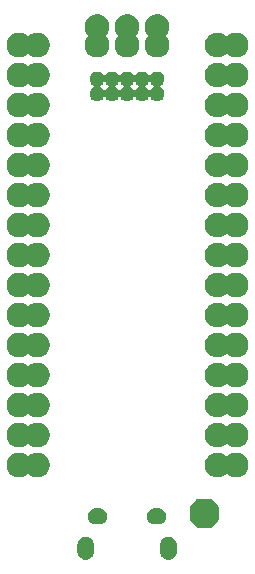
<source format=gbs>
G04 #@! TF.GenerationSoftware,KiCad,Pcbnew,5.1.6-c6e7f7d~86~ubuntu18.04.1*
G04 #@! TF.CreationDate,2020-06-07T15:31:20-07:00*
G04 #@! TF.ProjectId,Empyrean,456d7079-7265-4616-9e2e-6b696361645f,A*
G04 #@! TF.SameCoordinates,Original*
G04 #@! TF.FileFunction,Soldermask,Bot*
G04 #@! TF.FilePolarity,Negative*
%FSLAX46Y46*%
G04 Gerber Fmt 4.6, Leading zero omitted, Abs format (unit mm)*
G04 Created by KiCad (PCBNEW 5.1.6-c6e7f7d~86~ubuntu18.04.1) date 2020-06-07 15:31:20*
%MOMM*%
%LPD*%
G01*
G04 APERTURE LIST*
%ADD10C,0.100000*%
G04 APERTURE END LIST*
D10*
G36*
X130787223Y-143185128D02*
G01*
X130919174Y-143225155D01*
X131040780Y-143290155D01*
X131147369Y-143377630D01*
X131234845Y-143484219D01*
X131299845Y-143605825D01*
X131339872Y-143737776D01*
X131350000Y-143840610D01*
X131350000Y-144459390D01*
X131339872Y-144562224D01*
X131299845Y-144694175D01*
X131234845Y-144815781D01*
X131147370Y-144922370D01*
X131040781Y-145009845D01*
X130919175Y-145074845D01*
X130787224Y-145114872D01*
X130650000Y-145128387D01*
X130512777Y-145114872D01*
X130380826Y-145074845D01*
X130259220Y-145009845D01*
X130152631Y-144922370D01*
X130065155Y-144815781D01*
X130000155Y-144694175D01*
X129960128Y-144562224D01*
X129950000Y-144459390D01*
X129950000Y-143840611D01*
X129960128Y-143737777D01*
X130000155Y-143605826D01*
X130065155Y-143484220D01*
X130152630Y-143377631D01*
X130259219Y-143290155D01*
X130380825Y-143225155D01*
X130512776Y-143185128D01*
X130650000Y-143171613D01*
X130787223Y-143185128D01*
G37*
G36*
X137787223Y-143185128D02*
G01*
X137919174Y-143225155D01*
X138040780Y-143290155D01*
X138147369Y-143377630D01*
X138234845Y-143484219D01*
X138299845Y-143605825D01*
X138339872Y-143737776D01*
X138350000Y-143840610D01*
X138350000Y-144459390D01*
X138339872Y-144562224D01*
X138299845Y-144694175D01*
X138234845Y-144815781D01*
X138147370Y-144922370D01*
X138040781Y-145009845D01*
X137919175Y-145074845D01*
X137787224Y-145114872D01*
X137650000Y-145128387D01*
X137512777Y-145114872D01*
X137380826Y-145074845D01*
X137259220Y-145009845D01*
X137152631Y-144922370D01*
X137065155Y-144815781D01*
X137000155Y-144694175D01*
X136960128Y-144562224D01*
X136950000Y-144459390D01*
X136950000Y-143840611D01*
X136960128Y-143737777D01*
X137000155Y-143605826D01*
X137065155Y-143484220D01*
X137152630Y-143377631D01*
X137259219Y-143290155D01*
X137380825Y-143225155D01*
X137512776Y-143185128D01*
X137650000Y-143171613D01*
X137787223Y-143185128D01*
G37*
G36*
X140572805Y-139949698D02*
G01*
X140573409Y-139949757D01*
X140622918Y-139959606D01*
X140627466Y-139961490D01*
X140627470Y-139961491D01*
X140652169Y-139971721D01*
X140675613Y-139978833D01*
X140699999Y-139981235D01*
X140724385Y-139978833D01*
X140747831Y-139971721D01*
X140772530Y-139961491D01*
X140772534Y-139961490D01*
X140777082Y-139959606D01*
X140826591Y-139949757D01*
X140827195Y-139949698D01*
X140853061Y-139948427D01*
X141146939Y-139948427D01*
X141172805Y-139949698D01*
X141173409Y-139949757D01*
X141222920Y-139959606D01*
X141268421Y-139978453D01*
X141310411Y-140006512D01*
X141310865Y-140006884D01*
X141330052Y-140024276D01*
X141825724Y-140519948D01*
X141843116Y-140539135D01*
X141843488Y-140539589D01*
X141871547Y-140581579D01*
X141890394Y-140627080D01*
X141900243Y-140676591D01*
X141900302Y-140677195D01*
X141901573Y-140703061D01*
X141901573Y-141696939D01*
X141900302Y-141722805D01*
X141900243Y-141723409D01*
X141890394Y-141772920D01*
X141871547Y-141818421D01*
X141843488Y-141860411D01*
X141843116Y-141860865D01*
X141825724Y-141880052D01*
X141330052Y-142375724D01*
X141310865Y-142393116D01*
X141310411Y-142393488D01*
X141268421Y-142421547D01*
X141222920Y-142440394D01*
X141173409Y-142450243D01*
X141172805Y-142450302D01*
X141146939Y-142451573D01*
X140853061Y-142451573D01*
X140827195Y-142450302D01*
X140826591Y-142450243D01*
X140777082Y-142440394D01*
X140772534Y-142438510D01*
X140772530Y-142438509D01*
X140747831Y-142428279D01*
X140724387Y-142421167D01*
X140700001Y-142418765D01*
X140675615Y-142421167D01*
X140652169Y-142428279D01*
X140627470Y-142438509D01*
X140627466Y-142438510D01*
X140622918Y-142440394D01*
X140573409Y-142450243D01*
X140572805Y-142450302D01*
X140546939Y-142451573D01*
X140253061Y-142451573D01*
X140227195Y-142450302D01*
X140226591Y-142450243D01*
X140177080Y-142440394D01*
X140131579Y-142421547D01*
X140089589Y-142393488D01*
X140089135Y-142393116D01*
X140069948Y-142375724D01*
X139574276Y-141880052D01*
X139556884Y-141860865D01*
X139556512Y-141860411D01*
X139528453Y-141818421D01*
X139509606Y-141772920D01*
X139499757Y-141723409D01*
X139499698Y-141722805D01*
X139498427Y-141696939D01*
X139498427Y-140704405D01*
X139501048Y-140667306D01*
X139501354Y-140665147D01*
X139502661Y-140660245D01*
X139503004Y-140657831D01*
X139515355Y-140611514D01*
X139516260Y-140609248D01*
X139517121Y-140606021D01*
X139518990Y-140602416D01*
X139518992Y-140602412D01*
X139537140Y-140567414D01*
X139537148Y-140567402D01*
X139539987Y-140561927D01*
X139540300Y-140561445D01*
X139555469Y-140540450D01*
X139952473Y-140044196D01*
X139961446Y-140033594D01*
X139990006Y-140006233D01*
X140031579Y-139978453D01*
X140077080Y-139959606D01*
X140126591Y-139949757D01*
X140127195Y-139949698D01*
X140153061Y-139948427D01*
X140546939Y-139948427D01*
X140572805Y-139949698D01*
G37*
G36*
X136932323Y-140784767D02*
G01*
X137059561Y-140823364D01*
X137176824Y-140886042D01*
X137279606Y-140970394D01*
X137363958Y-141073176D01*
X137426636Y-141190439D01*
X137465233Y-141317677D01*
X137478266Y-141450000D01*
X137465233Y-141582323D01*
X137426636Y-141709561D01*
X137363958Y-141826824D01*
X137279606Y-141929606D01*
X137176824Y-142013958D01*
X137059561Y-142076636D01*
X136932323Y-142115233D01*
X136833159Y-142125000D01*
X136466841Y-142125000D01*
X136367677Y-142115233D01*
X136240439Y-142076636D01*
X136123176Y-142013958D01*
X136020394Y-141929606D01*
X135936042Y-141826824D01*
X135873364Y-141709561D01*
X135834767Y-141582323D01*
X135821734Y-141450000D01*
X135834767Y-141317677D01*
X135873364Y-141190439D01*
X135936042Y-141073176D01*
X136020394Y-140970394D01*
X136123176Y-140886042D01*
X136240439Y-140823364D01*
X136367677Y-140784767D01*
X136466841Y-140775000D01*
X136833159Y-140775000D01*
X136932323Y-140784767D01*
G37*
G36*
X131932323Y-140784767D02*
G01*
X132059561Y-140823364D01*
X132176824Y-140886042D01*
X132279606Y-140970394D01*
X132363958Y-141073176D01*
X132426636Y-141190439D01*
X132465233Y-141317677D01*
X132478266Y-141450000D01*
X132465233Y-141582323D01*
X132426636Y-141709561D01*
X132363958Y-141826824D01*
X132279606Y-141929606D01*
X132176824Y-142013958D01*
X132059561Y-142076636D01*
X131932323Y-142115233D01*
X131833159Y-142125000D01*
X131466841Y-142125000D01*
X131367677Y-142115233D01*
X131240439Y-142076636D01*
X131123176Y-142013958D01*
X131020394Y-141929606D01*
X130936042Y-141826824D01*
X130873364Y-141709561D01*
X130834767Y-141582323D01*
X130821734Y-141450000D01*
X130834767Y-141317677D01*
X130873364Y-141190439D01*
X130936042Y-141073176D01*
X131020394Y-140970394D01*
X131123176Y-140886042D01*
X131240439Y-140823364D01*
X131367677Y-140784767D01*
X131466841Y-140775000D01*
X131833159Y-140775000D01*
X131932323Y-140784767D01*
G37*
G36*
X141928687Y-136065027D02*
G01*
X142106274Y-136100350D01*
X142297362Y-136179502D01*
X142469336Y-136294411D01*
X142496623Y-136321698D01*
X142515554Y-136337234D01*
X142537165Y-136348785D01*
X142560614Y-136355898D01*
X142585000Y-136358300D01*
X142609386Y-136355898D01*
X142632835Y-136348785D01*
X142654446Y-136337234D01*
X142673377Y-136321698D01*
X142700664Y-136294411D01*
X142872638Y-136179502D01*
X143063726Y-136100350D01*
X143241313Y-136065027D01*
X143266583Y-136060000D01*
X143473417Y-136060000D01*
X143498687Y-136065027D01*
X143676274Y-136100350D01*
X143867362Y-136179502D01*
X144039336Y-136294411D01*
X144185589Y-136440664D01*
X144300498Y-136612638D01*
X144379650Y-136803726D01*
X144420000Y-137006584D01*
X144420000Y-137213416D01*
X144379650Y-137416274D01*
X144300498Y-137607362D01*
X144185589Y-137779336D01*
X144039336Y-137925589D01*
X143867362Y-138040498D01*
X143676274Y-138119650D01*
X143498687Y-138154973D01*
X143473417Y-138160000D01*
X143266583Y-138160000D01*
X143241313Y-138154973D01*
X143063726Y-138119650D01*
X142872638Y-138040498D01*
X142700664Y-137925589D01*
X142673377Y-137898302D01*
X142654446Y-137882766D01*
X142632835Y-137871215D01*
X142609386Y-137864102D01*
X142585000Y-137861700D01*
X142560614Y-137864102D01*
X142537165Y-137871215D01*
X142515554Y-137882766D01*
X142496623Y-137898302D01*
X142469336Y-137925589D01*
X142297362Y-138040498D01*
X142106274Y-138119650D01*
X141928687Y-138154973D01*
X141903417Y-138160000D01*
X141696583Y-138160000D01*
X141671313Y-138154973D01*
X141493726Y-138119650D01*
X141302638Y-138040498D01*
X141130664Y-137925589D01*
X140984411Y-137779336D01*
X140869502Y-137607362D01*
X140790350Y-137416274D01*
X140750000Y-137213416D01*
X140750000Y-137006584D01*
X140790350Y-136803726D01*
X140869502Y-136612638D01*
X140984411Y-136440664D01*
X141130664Y-136294411D01*
X141302638Y-136179502D01*
X141493726Y-136100350D01*
X141671313Y-136065027D01*
X141696583Y-136060000D01*
X141903417Y-136060000D01*
X141928687Y-136065027D01*
G37*
G36*
X125138687Y-136065027D02*
G01*
X125316274Y-136100350D01*
X125507362Y-136179502D01*
X125679336Y-136294411D01*
X125691623Y-136306698D01*
X125710554Y-136322234D01*
X125732165Y-136333785D01*
X125755614Y-136340898D01*
X125780000Y-136343300D01*
X125804386Y-136340898D01*
X125827835Y-136333785D01*
X125849446Y-136322234D01*
X125868377Y-136306698D01*
X125880664Y-136294411D01*
X126052638Y-136179502D01*
X126243726Y-136100350D01*
X126421313Y-136065027D01*
X126446583Y-136060000D01*
X126653417Y-136060000D01*
X126678687Y-136065027D01*
X126856274Y-136100350D01*
X127047362Y-136179502D01*
X127219336Y-136294411D01*
X127365589Y-136440664D01*
X127480498Y-136612638D01*
X127559650Y-136803726D01*
X127600000Y-137006584D01*
X127600000Y-137213416D01*
X127559650Y-137416274D01*
X127480498Y-137607362D01*
X127365589Y-137779336D01*
X127219336Y-137925589D01*
X127047362Y-138040498D01*
X126856274Y-138119650D01*
X126678687Y-138154973D01*
X126653417Y-138160000D01*
X126446583Y-138160000D01*
X126421313Y-138154973D01*
X126243726Y-138119650D01*
X126052638Y-138040498D01*
X125880664Y-137925589D01*
X125868377Y-137913302D01*
X125849446Y-137897766D01*
X125827835Y-137886215D01*
X125804386Y-137879102D01*
X125780000Y-137876700D01*
X125755614Y-137879102D01*
X125732165Y-137886215D01*
X125710554Y-137897766D01*
X125691623Y-137913302D01*
X125679336Y-137925589D01*
X125507362Y-138040498D01*
X125316274Y-138119650D01*
X125138687Y-138154973D01*
X125113417Y-138160000D01*
X124906583Y-138160000D01*
X124881313Y-138154973D01*
X124703726Y-138119650D01*
X124512638Y-138040498D01*
X124340664Y-137925589D01*
X124194411Y-137779336D01*
X124079502Y-137607362D01*
X124000350Y-137416274D01*
X123960000Y-137213416D01*
X123960000Y-137006584D01*
X124000350Y-136803726D01*
X124079502Y-136612638D01*
X124194411Y-136440664D01*
X124340664Y-136294411D01*
X124512638Y-136179502D01*
X124703726Y-136100350D01*
X124881313Y-136065027D01*
X124906583Y-136060000D01*
X125113417Y-136060000D01*
X125138687Y-136065027D01*
G37*
G36*
X141928687Y-133525027D02*
G01*
X142106274Y-133560350D01*
X142297362Y-133639502D01*
X142469336Y-133754411D01*
X142496623Y-133781698D01*
X142515554Y-133797234D01*
X142537165Y-133808785D01*
X142560614Y-133815898D01*
X142585000Y-133818300D01*
X142609386Y-133815898D01*
X142632835Y-133808785D01*
X142654446Y-133797234D01*
X142673377Y-133781698D01*
X142700664Y-133754411D01*
X142872638Y-133639502D01*
X143063726Y-133560350D01*
X143241313Y-133525027D01*
X143266583Y-133520000D01*
X143473417Y-133520000D01*
X143498687Y-133525027D01*
X143676274Y-133560350D01*
X143867362Y-133639502D01*
X144039336Y-133754411D01*
X144185589Y-133900664D01*
X144300498Y-134072638D01*
X144379650Y-134263726D01*
X144420000Y-134466584D01*
X144420000Y-134673416D01*
X144379650Y-134876274D01*
X144300498Y-135067362D01*
X144185589Y-135239336D01*
X144039336Y-135385589D01*
X143867362Y-135500498D01*
X143676274Y-135579650D01*
X143498687Y-135614973D01*
X143473417Y-135620000D01*
X143266583Y-135620000D01*
X143241313Y-135614973D01*
X143063726Y-135579650D01*
X142872638Y-135500498D01*
X142700664Y-135385589D01*
X142673377Y-135358302D01*
X142654446Y-135342766D01*
X142632835Y-135331215D01*
X142609386Y-135324102D01*
X142585000Y-135321700D01*
X142560614Y-135324102D01*
X142537165Y-135331215D01*
X142515554Y-135342766D01*
X142496623Y-135358302D01*
X142469336Y-135385589D01*
X142297362Y-135500498D01*
X142106274Y-135579650D01*
X141928687Y-135614973D01*
X141903417Y-135620000D01*
X141696583Y-135620000D01*
X141671313Y-135614973D01*
X141493726Y-135579650D01*
X141302638Y-135500498D01*
X141130664Y-135385589D01*
X140984411Y-135239336D01*
X140869502Y-135067362D01*
X140790350Y-134876274D01*
X140750000Y-134673416D01*
X140750000Y-134466584D01*
X140790350Y-134263726D01*
X140869502Y-134072638D01*
X140984411Y-133900664D01*
X141130664Y-133754411D01*
X141302638Y-133639502D01*
X141493726Y-133560350D01*
X141671313Y-133525027D01*
X141696583Y-133520000D01*
X141903417Y-133520000D01*
X141928687Y-133525027D01*
G37*
G36*
X125138687Y-133525027D02*
G01*
X125316274Y-133560350D01*
X125507362Y-133639502D01*
X125679336Y-133754411D01*
X125691623Y-133766698D01*
X125710554Y-133782234D01*
X125732165Y-133793785D01*
X125755614Y-133800898D01*
X125780000Y-133803300D01*
X125804386Y-133800898D01*
X125827835Y-133793785D01*
X125849446Y-133782234D01*
X125868377Y-133766698D01*
X125880664Y-133754411D01*
X126052638Y-133639502D01*
X126243726Y-133560350D01*
X126421313Y-133525027D01*
X126446583Y-133520000D01*
X126653417Y-133520000D01*
X126678687Y-133525027D01*
X126856274Y-133560350D01*
X127047362Y-133639502D01*
X127219336Y-133754411D01*
X127365589Y-133900664D01*
X127480498Y-134072638D01*
X127559650Y-134263726D01*
X127600000Y-134466584D01*
X127600000Y-134673416D01*
X127559650Y-134876274D01*
X127480498Y-135067362D01*
X127365589Y-135239336D01*
X127219336Y-135385589D01*
X127047362Y-135500498D01*
X126856274Y-135579650D01*
X126678687Y-135614973D01*
X126653417Y-135620000D01*
X126446583Y-135620000D01*
X126421313Y-135614973D01*
X126243726Y-135579650D01*
X126052638Y-135500498D01*
X125880664Y-135385589D01*
X125868377Y-135373302D01*
X125849446Y-135357766D01*
X125827835Y-135346215D01*
X125804386Y-135339102D01*
X125780000Y-135336700D01*
X125755614Y-135339102D01*
X125732165Y-135346215D01*
X125710554Y-135357766D01*
X125691623Y-135373302D01*
X125679336Y-135385589D01*
X125507362Y-135500498D01*
X125316274Y-135579650D01*
X125138687Y-135614973D01*
X125113417Y-135620000D01*
X124906583Y-135620000D01*
X124881313Y-135614973D01*
X124703726Y-135579650D01*
X124512638Y-135500498D01*
X124340664Y-135385589D01*
X124194411Y-135239336D01*
X124079502Y-135067362D01*
X124000350Y-134876274D01*
X123960000Y-134673416D01*
X123960000Y-134466584D01*
X124000350Y-134263726D01*
X124079502Y-134072638D01*
X124194411Y-133900664D01*
X124340664Y-133754411D01*
X124512638Y-133639502D01*
X124703726Y-133560350D01*
X124881313Y-133525027D01*
X124906583Y-133520000D01*
X125113417Y-133520000D01*
X125138687Y-133525027D01*
G37*
G36*
X141928687Y-130985027D02*
G01*
X142106274Y-131020350D01*
X142297362Y-131099502D01*
X142469336Y-131214411D01*
X142496623Y-131241698D01*
X142515554Y-131257234D01*
X142537165Y-131268785D01*
X142560614Y-131275898D01*
X142585000Y-131278300D01*
X142609386Y-131275898D01*
X142632835Y-131268785D01*
X142654446Y-131257234D01*
X142673377Y-131241698D01*
X142700664Y-131214411D01*
X142872638Y-131099502D01*
X143063726Y-131020350D01*
X143241313Y-130985027D01*
X143266583Y-130980000D01*
X143473417Y-130980000D01*
X143498687Y-130985027D01*
X143676274Y-131020350D01*
X143867362Y-131099502D01*
X144039336Y-131214411D01*
X144185589Y-131360664D01*
X144300498Y-131532638D01*
X144379650Y-131723726D01*
X144420000Y-131926584D01*
X144420000Y-132133416D01*
X144379650Y-132336274D01*
X144300498Y-132527362D01*
X144185589Y-132699336D01*
X144039336Y-132845589D01*
X143867362Y-132960498D01*
X143676274Y-133039650D01*
X143498687Y-133074973D01*
X143473417Y-133080000D01*
X143266583Y-133080000D01*
X143241313Y-133074973D01*
X143063726Y-133039650D01*
X142872638Y-132960498D01*
X142700664Y-132845589D01*
X142673377Y-132818302D01*
X142654446Y-132802766D01*
X142632835Y-132791215D01*
X142609386Y-132784102D01*
X142585000Y-132781700D01*
X142560614Y-132784102D01*
X142537165Y-132791215D01*
X142515554Y-132802766D01*
X142496623Y-132818302D01*
X142469336Y-132845589D01*
X142297362Y-132960498D01*
X142106274Y-133039650D01*
X141928687Y-133074973D01*
X141903417Y-133080000D01*
X141696583Y-133080000D01*
X141671313Y-133074973D01*
X141493726Y-133039650D01*
X141302638Y-132960498D01*
X141130664Y-132845589D01*
X140984411Y-132699336D01*
X140869502Y-132527362D01*
X140790350Y-132336274D01*
X140750000Y-132133416D01*
X140750000Y-131926584D01*
X140790350Y-131723726D01*
X140869502Y-131532638D01*
X140984411Y-131360664D01*
X141130664Y-131214411D01*
X141302638Y-131099502D01*
X141493726Y-131020350D01*
X141671313Y-130985027D01*
X141696583Y-130980000D01*
X141903417Y-130980000D01*
X141928687Y-130985027D01*
G37*
G36*
X125138687Y-130985027D02*
G01*
X125316274Y-131020350D01*
X125507362Y-131099502D01*
X125679336Y-131214411D01*
X125691623Y-131226698D01*
X125710554Y-131242234D01*
X125732165Y-131253785D01*
X125755614Y-131260898D01*
X125780000Y-131263300D01*
X125804386Y-131260898D01*
X125827835Y-131253785D01*
X125849446Y-131242234D01*
X125868377Y-131226698D01*
X125880664Y-131214411D01*
X126052638Y-131099502D01*
X126243726Y-131020350D01*
X126421313Y-130985027D01*
X126446583Y-130980000D01*
X126653417Y-130980000D01*
X126678687Y-130985027D01*
X126856274Y-131020350D01*
X127047362Y-131099502D01*
X127219336Y-131214411D01*
X127365589Y-131360664D01*
X127480498Y-131532638D01*
X127559650Y-131723726D01*
X127600000Y-131926584D01*
X127600000Y-132133416D01*
X127559650Y-132336274D01*
X127480498Y-132527362D01*
X127365589Y-132699336D01*
X127219336Y-132845589D01*
X127047362Y-132960498D01*
X126856274Y-133039650D01*
X126678687Y-133074973D01*
X126653417Y-133080000D01*
X126446583Y-133080000D01*
X126421313Y-133074973D01*
X126243726Y-133039650D01*
X126052638Y-132960498D01*
X125880664Y-132845589D01*
X125868377Y-132833302D01*
X125849446Y-132817766D01*
X125827835Y-132806215D01*
X125804386Y-132799102D01*
X125780000Y-132796700D01*
X125755614Y-132799102D01*
X125732165Y-132806215D01*
X125710554Y-132817766D01*
X125691623Y-132833302D01*
X125679336Y-132845589D01*
X125507362Y-132960498D01*
X125316274Y-133039650D01*
X125138687Y-133074973D01*
X125113417Y-133080000D01*
X124906583Y-133080000D01*
X124881313Y-133074973D01*
X124703726Y-133039650D01*
X124512638Y-132960498D01*
X124340664Y-132845589D01*
X124194411Y-132699336D01*
X124079502Y-132527362D01*
X124000350Y-132336274D01*
X123960000Y-132133416D01*
X123960000Y-131926584D01*
X124000350Y-131723726D01*
X124079502Y-131532638D01*
X124194411Y-131360664D01*
X124340664Y-131214411D01*
X124512638Y-131099502D01*
X124703726Y-131020350D01*
X124881313Y-130985027D01*
X124906583Y-130980000D01*
X125113417Y-130980000D01*
X125138687Y-130985027D01*
G37*
G36*
X125138687Y-128445027D02*
G01*
X125316274Y-128480350D01*
X125507362Y-128559502D01*
X125679336Y-128674411D01*
X125691623Y-128686698D01*
X125710554Y-128702234D01*
X125732165Y-128713785D01*
X125755614Y-128720898D01*
X125780000Y-128723300D01*
X125804386Y-128720898D01*
X125827835Y-128713785D01*
X125849446Y-128702234D01*
X125868377Y-128686698D01*
X125880664Y-128674411D01*
X126052638Y-128559502D01*
X126243726Y-128480350D01*
X126421313Y-128445027D01*
X126446583Y-128440000D01*
X126653417Y-128440000D01*
X126678687Y-128445027D01*
X126856274Y-128480350D01*
X127047362Y-128559502D01*
X127219336Y-128674411D01*
X127365589Y-128820664D01*
X127480498Y-128992638D01*
X127559650Y-129183726D01*
X127600000Y-129386584D01*
X127600000Y-129593416D01*
X127559650Y-129796274D01*
X127480498Y-129987362D01*
X127365589Y-130159336D01*
X127219336Y-130305589D01*
X127047362Y-130420498D01*
X126856274Y-130499650D01*
X126678687Y-130534973D01*
X126653417Y-130540000D01*
X126446583Y-130540000D01*
X126421313Y-130534973D01*
X126243726Y-130499650D01*
X126052638Y-130420498D01*
X125880664Y-130305589D01*
X125868377Y-130293302D01*
X125849446Y-130277766D01*
X125827835Y-130266215D01*
X125804386Y-130259102D01*
X125780000Y-130256700D01*
X125755614Y-130259102D01*
X125732165Y-130266215D01*
X125710554Y-130277766D01*
X125691623Y-130293302D01*
X125679336Y-130305589D01*
X125507362Y-130420498D01*
X125316274Y-130499650D01*
X125138687Y-130534973D01*
X125113417Y-130540000D01*
X124906583Y-130540000D01*
X124881313Y-130534973D01*
X124703726Y-130499650D01*
X124512638Y-130420498D01*
X124340664Y-130305589D01*
X124194411Y-130159336D01*
X124079502Y-129987362D01*
X124000350Y-129796274D01*
X123960000Y-129593416D01*
X123960000Y-129386584D01*
X124000350Y-129183726D01*
X124079502Y-128992638D01*
X124194411Y-128820664D01*
X124340664Y-128674411D01*
X124512638Y-128559502D01*
X124703726Y-128480350D01*
X124881313Y-128445027D01*
X124906583Y-128440000D01*
X125113417Y-128440000D01*
X125138687Y-128445027D01*
G37*
G36*
X141928687Y-128445027D02*
G01*
X142106274Y-128480350D01*
X142297362Y-128559502D01*
X142469336Y-128674411D01*
X142496623Y-128701698D01*
X142515554Y-128717234D01*
X142537165Y-128728785D01*
X142560614Y-128735898D01*
X142585000Y-128738300D01*
X142609386Y-128735898D01*
X142632835Y-128728785D01*
X142654446Y-128717234D01*
X142673377Y-128701698D01*
X142700664Y-128674411D01*
X142872638Y-128559502D01*
X143063726Y-128480350D01*
X143241313Y-128445027D01*
X143266583Y-128440000D01*
X143473417Y-128440000D01*
X143498687Y-128445027D01*
X143676274Y-128480350D01*
X143867362Y-128559502D01*
X144039336Y-128674411D01*
X144185589Y-128820664D01*
X144300498Y-128992638D01*
X144379650Y-129183726D01*
X144420000Y-129386584D01*
X144420000Y-129593416D01*
X144379650Y-129796274D01*
X144300498Y-129987362D01*
X144185589Y-130159336D01*
X144039336Y-130305589D01*
X143867362Y-130420498D01*
X143676274Y-130499650D01*
X143498687Y-130534973D01*
X143473417Y-130540000D01*
X143266583Y-130540000D01*
X143241313Y-130534973D01*
X143063726Y-130499650D01*
X142872638Y-130420498D01*
X142700664Y-130305589D01*
X142673377Y-130278302D01*
X142654446Y-130262766D01*
X142632835Y-130251215D01*
X142609386Y-130244102D01*
X142585000Y-130241700D01*
X142560614Y-130244102D01*
X142537165Y-130251215D01*
X142515554Y-130262766D01*
X142496623Y-130278302D01*
X142469336Y-130305589D01*
X142297362Y-130420498D01*
X142106274Y-130499650D01*
X141928687Y-130534973D01*
X141903417Y-130540000D01*
X141696583Y-130540000D01*
X141671313Y-130534973D01*
X141493726Y-130499650D01*
X141302638Y-130420498D01*
X141130664Y-130305589D01*
X140984411Y-130159336D01*
X140869502Y-129987362D01*
X140790350Y-129796274D01*
X140750000Y-129593416D01*
X140750000Y-129386584D01*
X140790350Y-129183726D01*
X140869502Y-128992638D01*
X140984411Y-128820664D01*
X141130664Y-128674411D01*
X141302638Y-128559502D01*
X141493726Y-128480350D01*
X141671313Y-128445027D01*
X141696583Y-128440000D01*
X141903417Y-128440000D01*
X141928687Y-128445027D01*
G37*
G36*
X125138687Y-125905027D02*
G01*
X125316274Y-125940350D01*
X125507362Y-126019502D01*
X125679336Y-126134411D01*
X125691623Y-126146698D01*
X125710554Y-126162234D01*
X125732165Y-126173785D01*
X125755614Y-126180898D01*
X125780000Y-126183300D01*
X125804386Y-126180898D01*
X125827835Y-126173785D01*
X125849446Y-126162234D01*
X125868377Y-126146698D01*
X125880664Y-126134411D01*
X126052638Y-126019502D01*
X126243726Y-125940350D01*
X126421313Y-125905027D01*
X126446583Y-125900000D01*
X126653417Y-125900000D01*
X126678687Y-125905027D01*
X126856274Y-125940350D01*
X127047362Y-126019502D01*
X127219336Y-126134411D01*
X127365589Y-126280664D01*
X127480498Y-126452638D01*
X127559650Y-126643726D01*
X127600000Y-126846584D01*
X127600000Y-127053416D01*
X127559650Y-127256274D01*
X127480498Y-127447362D01*
X127365589Y-127619336D01*
X127219336Y-127765589D01*
X127047362Y-127880498D01*
X126856274Y-127959650D01*
X126678687Y-127994973D01*
X126653417Y-128000000D01*
X126446583Y-128000000D01*
X126421313Y-127994973D01*
X126243726Y-127959650D01*
X126052638Y-127880498D01*
X125880664Y-127765589D01*
X125868377Y-127753302D01*
X125849446Y-127737766D01*
X125827835Y-127726215D01*
X125804386Y-127719102D01*
X125780000Y-127716700D01*
X125755614Y-127719102D01*
X125732165Y-127726215D01*
X125710554Y-127737766D01*
X125691623Y-127753302D01*
X125679336Y-127765589D01*
X125507362Y-127880498D01*
X125316274Y-127959650D01*
X125138687Y-127994973D01*
X125113417Y-128000000D01*
X124906583Y-128000000D01*
X124881313Y-127994973D01*
X124703726Y-127959650D01*
X124512638Y-127880498D01*
X124340664Y-127765589D01*
X124194411Y-127619336D01*
X124079502Y-127447362D01*
X124000350Y-127256274D01*
X123960000Y-127053416D01*
X123960000Y-126846584D01*
X124000350Y-126643726D01*
X124079502Y-126452638D01*
X124194411Y-126280664D01*
X124340664Y-126134411D01*
X124512638Y-126019502D01*
X124703726Y-125940350D01*
X124881313Y-125905027D01*
X124906583Y-125900000D01*
X125113417Y-125900000D01*
X125138687Y-125905027D01*
G37*
G36*
X141928687Y-125905027D02*
G01*
X142106274Y-125940350D01*
X142297362Y-126019502D01*
X142469336Y-126134411D01*
X142496623Y-126161698D01*
X142515554Y-126177234D01*
X142537165Y-126188785D01*
X142560614Y-126195898D01*
X142585000Y-126198300D01*
X142609386Y-126195898D01*
X142632835Y-126188785D01*
X142654446Y-126177234D01*
X142673377Y-126161698D01*
X142700664Y-126134411D01*
X142872638Y-126019502D01*
X143063726Y-125940350D01*
X143241313Y-125905027D01*
X143266583Y-125900000D01*
X143473417Y-125900000D01*
X143498687Y-125905027D01*
X143676274Y-125940350D01*
X143867362Y-126019502D01*
X144039336Y-126134411D01*
X144185589Y-126280664D01*
X144300498Y-126452638D01*
X144379650Y-126643726D01*
X144420000Y-126846584D01*
X144420000Y-127053416D01*
X144379650Y-127256274D01*
X144300498Y-127447362D01*
X144185589Y-127619336D01*
X144039336Y-127765589D01*
X143867362Y-127880498D01*
X143676274Y-127959650D01*
X143498687Y-127994973D01*
X143473417Y-128000000D01*
X143266583Y-128000000D01*
X143241313Y-127994973D01*
X143063726Y-127959650D01*
X142872638Y-127880498D01*
X142700664Y-127765589D01*
X142673377Y-127738302D01*
X142654446Y-127722766D01*
X142632835Y-127711215D01*
X142609386Y-127704102D01*
X142585000Y-127701700D01*
X142560614Y-127704102D01*
X142537165Y-127711215D01*
X142515554Y-127722766D01*
X142496623Y-127738302D01*
X142469336Y-127765589D01*
X142297362Y-127880498D01*
X142106274Y-127959650D01*
X141928687Y-127994973D01*
X141903417Y-128000000D01*
X141696583Y-128000000D01*
X141671313Y-127994973D01*
X141493726Y-127959650D01*
X141302638Y-127880498D01*
X141130664Y-127765589D01*
X140984411Y-127619336D01*
X140869502Y-127447362D01*
X140790350Y-127256274D01*
X140750000Y-127053416D01*
X140750000Y-126846584D01*
X140790350Y-126643726D01*
X140869502Y-126452638D01*
X140984411Y-126280664D01*
X141130664Y-126134411D01*
X141302638Y-126019502D01*
X141493726Y-125940350D01*
X141671313Y-125905027D01*
X141696583Y-125900000D01*
X141903417Y-125900000D01*
X141928687Y-125905027D01*
G37*
G36*
X141928687Y-123365027D02*
G01*
X142106274Y-123400350D01*
X142297362Y-123479502D01*
X142469336Y-123594411D01*
X142496623Y-123621698D01*
X142515554Y-123637234D01*
X142537165Y-123648785D01*
X142560614Y-123655898D01*
X142585000Y-123658300D01*
X142609386Y-123655898D01*
X142632835Y-123648785D01*
X142654446Y-123637234D01*
X142673377Y-123621698D01*
X142700664Y-123594411D01*
X142872638Y-123479502D01*
X143063726Y-123400350D01*
X143241313Y-123365027D01*
X143266583Y-123360000D01*
X143473417Y-123360000D01*
X143498687Y-123365027D01*
X143676274Y-123400350D01*
X143867362Y-123479502D01*
X144039336Y-123594411D01*
X144185589Y-123740664D01*
X144300498Y-123912638D01*
X144379650Y-124103726D01*
X144420000Y-124306584D01*
X144420000Y-124513416D01*
X144379650Y-124716274D01*
X144300498Y-124907362D01*
X144185589Y-125079336D01*
X144039336Y-125225589D01*
X143867362Y-125340498D01*
X143676274Y-125419650D01*
X143498687Y-125454973D01*
X143473417Y-125460000D01*
X143266583Y-125460000D01*
X143241313Y-125454973D01*
X143063726Y-125419650D01*
X142872638Y-125340498D01*
X142700664Y-125225589D01*
X142673377Y-125198302D01*
X142654446Y-125182766D01*
X142632835Y-125171215D01*
X142609386Y-125164102D01*
X142585000Y-125161700D01*
X142560614Y-125164102D01*
X142537165Y-125171215D01*
X142515554Y-125182766D01*
X142496623Y-125198302D01*
X142469336Y-125225589D01*
X142297362Y-125340498D01*
X142106274Y-125419650D01*
X141928687Y-125454973D01*
X141903417Y-125460000D01*
X141696583Y-125460000D01*
X141671313Y-125454973D01*
X141493726Y-125419650D01*
X141302638Y-125340498D01*
X141130664Y-125225589D01*
X140984411Y-125079336D01*
X140869502Y-124907362D01*
X140790350Y-124716274D01*
X140750000Y-124513416D01*
X140750000Y-124306584D01*
X140790350Y-124103726D01*
X140869502Y-123912638D01*
X140984411Y-123740664D01*
X141130664Y-123594411D01*
X141302638Y-123479502D01*
X141493726Y-123400350D01*
X141671313Y-123365027D01*
X141696583Y-123360000D01*
X141903417Y-123360000D01*
X141928687Y-123365027D01*
G37*
G36*
X125138687Y-123365027D02*
G01*
X125316274Y-123400350D01*
X125507362Y-123479502D01*
X125679336Y-123594411D01*
X125691623Y-123606698D01*
X125710554Y-123622234D01*
X125732165Y-123633785D01*
X125755614Y-123640898D01*
X125780000Y-123643300D01*
X125804386Y-123640898D01*
X125827835Y-123633785D01*
X125849446Y-123622234D01*
X125868377Y-123606698D01*
X125880664Y-123594411D01*
X126052638Y-123479502D01*
X126243726Y-123400350D01*
X126421313Y-123365027D01*
X126446583Y-123360000D01*
X126653417Y-123360000D01*
X126678687Y-123365027D01*
X126856274Y-123400350D01*
X127047362Y-123479502D01*
X127219336Y-123594411D01*
X127365589Y-123740664D01*
X127480498Y-123912638D01*
X127559650Y-124103726D01*
X127600000Y-124306584D01*
X127600000Y-124513416D01*
X127559650Y-124716274D01*
X127480498Y-124907362D01*
X127365589Y-125079336D01*
X127219336Y-125225589D01*
X127047362Y-125340498D01*
X126856274Y-125419650D01*
X126678687Y-125454973D01*
X126653417Y-125460000D01*
X126446583Y-125460000D01*
X126421313Y-125454973D01*
X126243726Y-125419650D01*
X126052638Y-125340498D01*
X125880664Y-125225589D01*
X125868377Y-125213302D01*
X125849446Y-125197766D01*
X125827835Y-125186215D01*
X125804386Y-125179102D01*
X125780000Y-125176700D01*
X125755614Y-125179102D01*
X125732165Y-125186215D01*
X125710554Y-125197766D01*
X125691623Y-125213302D01*
X125679336Y-125225589D01*
X125507362Y-125340498D01*
X125316274Y-125419650D01*
X125138687Y-125454973D01*
X125113417Y-125460000D01*
X124906583Y-125460000D01*
X124881313Y-125454973D01*
X124703726Y-125419650D01*
X124512638Y-125340498D01*
X124340664Y-125225589D01*
X124194411Y-125079336D01*
X124079502Y-124907362D01*
X124000350Y-124716274D01*
X123960000Y-124513416D01*
X123960000Y-124306584D01*
X124000350Y-124103726D01*
X124079502Y-123912638D01*
X124194411Y-123740664D01*
X124340664Y-123594411D01*
X124512638Y-123479502D01*
X124703726Y-123400350D01*
X124881313Y-123365027D01*
X124906583Y-123360000D01*
X125113417Y-123360000D01*
X125138687Y-123365027D01*
G37*
G36*
X141928687Y-120825027D02*
G01*
X142106274Y-120860350D01*
X142297362Y-120939502D01*
X142469336Y-121054411D01*
X142496623Y-121081698D01*
X142515554Y-121097234D01*
X142537165Y-121108785D01*
X142560614Y-121115898D01*
X142585000Y-121118300D01*
X142609386Y-121115898D01*
X142632835Y-121108785D01*
X142654446Y-121097234D01*
X142673377Y-121081698D01*
X142700664Y-121054411D01*
X142872638Y-120939502D01*
X143063726Y-120860350D01*
X143241313Y-120825027D01*
X143266583Y-120820000D01*
X143473417Y-120820000D01*
X143498687Y-120825027D01*
X143676274Y-120860350D01*
X143867362Y-120939502D01*
X144039336Y-121054411D01*
X144185589Y-121200664D01*
X144300498Y-121372638D01*
X144379650Y-121563726D01*
X144420000Y-121766584D01*
X144420000Y-121973416D01*
X144379650Y-122176274D01*
X144300498Y-122367362D01*
X144185589Y-122539336D01*
X144039336Y-122685589D01*
X143867362Y-122800498D01*
X143676274Y-122879650D01*
X143498687Y-122914973D01*
X143473417Y-122920000D01*
X143266583Y-122920000D01*
X143241313Y-122914973D01*
X143063726Y-122879650D01*
X142872638Y-122800498D01*
X142700664Y-122685589D01*
X142673377Y-122658302D01*
X142654446Y-122642766D01*
X142632835Y-122631215D01*
X142609386Y-122624102D01*
X142585000Y-122621700D01*
X142560614Y-122624102D01*
X142537165Y-122631215D01*
X142515554Y-122642766D01*
X142496623Y-122658302D01*
X142469336Y-122685589D01*
X142297362Y-122800498D01*
X142106274Y-122879650D01*
X141928687Y-122914973D01*
X141903417Y-122920000D01*
X141696583Y-122920000D01*
X141671313Y-122914973D01*
X141493726Y-122879650D01*
X141302638Y-122800498D01*
X141130664Y-122685589D01*
X140984411Y-122539336D01*
X140869502Y-122367362D01*
X140790350Y-122176274D01*
X140750000Y-121973416D01*
X140750000Y-121766584D01*
X140790350Y-121563726D01*
X140869502Y-121372638D01*
X140984411Y-121200664D01*
X141130664Y-121054411D01*
X141302638Y-120939502D01*
X141493726Y-120860350D01*
X141671313Y-120825027D01*
X141696583Y-120820000D01*
X141903417Y-120820000D01*
X141928687Y-120825027D01*
G37*
G36*
X125138687Y-120825027D02*
G01*
X125316274Y-120860350D01*
X125507362Y-120939502D01*
X125679336Y-121054411D01*
X125691623Y-121066698D01*
X125710554Y-121082234D01*
X125732165Y-121093785D01*
X125755614Y-121100898D01*
X125780000Y-121103300D01*
X125804386Y-121100898D01*
X125827835Y-121093785D01*
X125849446Y-121082234D01*
X125868377Y-121066698D01*
X125880664Y-121054411D01*
X126052638Y-120939502D01*
X126243726Y-120860350D01*
X126421313Y-120825027D01*
X126446583Y-120820000D01*
X126653417Y-120820000D01*
X126678687Y-120825027D01*
X126856274Y-120860350D01*
X127047362Y-120939502D01*
X127219336Y-121054411D01*
X127365589Y-121200664D01*
X127480498Y-121372638D01*
X127559650Y-121563726D01*
X127600000Y-121766584D01*
X127600000Y-121973416D01*
X127559650Y-122176274D01*
X127480498Y-122367362D01*
X127365589Y-122539336D01*
X127219336Y-122685589D01*
X127047362Y-122800498D01*
X126856274Y-122879650D01*
X126678687Y-122914973D01*
X126653417Y-122920000D01*
X126446583Y-122920000D01*
X126421313Y-122914973D01*
X126243726Y-122879650D01*
X126052638Y-122800498D01*
X125880664Y-122685589D01*
X125868377Y-122673302D01*
X125849446Y-122657766D01*
X125827835Y-122646215D01*
X125804386Y-122639102D01*
X125780000Y-122636700D01*
X125755614Y-122639102D01*
X125732165Y-122646215D01*
X125710554Y-122657766D01*
X125691623Y-122673302D01*
X125679336Y-122685589D01*
X125507362Y-122800498D01*
X125316274Y-122879650D01*
X125138687Y-122914973D01*
X125113417Y-122920000D01*
X124906583Y-122920000D01*
X124881313Y-122914973D01*
X124703726Y-122879650D01*
X124512638Y-122800498D01*
X124340664Y-122685589D01*
X124194411Y-122539336D01*
X124079502Y-122367362D01*
X124000350Y-122176274D01*
X123960000Y-121973416D01*
X123960000Y-121766584D01*
X124000350Y-121563726D01*
X124079502Y-121372638D01*
X124194411Y-121200664D01*
X124340664Y-121054411D01*
X124512638Y-120939502D01*
X124703726Y-120860350D01*
X124881313Y-120825027D01*
X124906583Y-120820000D01*
X125113417Y-120820000D01*
X125138687Y-120825027D01*
G37*
G36*
X125138687Y-118285027D02*
G01*
X125316274Y-118320350D01*
X125507362Y-118399502D01*
X125679336Y-118514411D01*
X125691623Y-118526698D01*
X125710554Y-118542234D01*
X125732165Y-118553785D01*
X125755614Y-118560898D01*
X125780000Y-118563300D01*
X125804386Y-118560898D01*
X125827835Y-118553785D01*
X125849446Y-118542234D01*
X125868377Y-118526698D01*
X125880664Y-118514411D01*
X126052638Y-118399502D01*
X126243726Y-118320350D01*
X126421313Y-118285027D01*
X126446583Y-118280000D01*
X126653417Y-118280000D01*
X126678687Y-118285027D01*
X126856274Y-118320350D01*
X127047362Y-118399502D01*
X127219336Y-118514411D01*
X127365589Y-118660664D01*
X127480498Y-118832638D01*
X127559650Y-119023726D01*
X127600000Y-119226584D01*
X127600000Y-119433416D01*
X127559650Y-119636274D01*
X127480498Y-119827362D01*
X127365589Y-119999336D01*
X127219336Y-120145589D01*
X127047362Y-120260498D01*
X126856274Y-120339650D01*
X126678687Y-120374973D01*
X126653417Y-120380000D01*
X126446583Y-120380000D01*
X126421313Y-120374973D01*
X126243726Y-120339650D01*
X126052638Y-120260498D01*
X125880664Y-120145589D01*
X125868377Y-120133302D01*
X125849446Y-120117766D01*
X125827835Y-120106215D01*
X125804386Y-120099102D01*
X125780000Y-120096700D01*
X125755614Y-120099102D01*
X125732165Y-120106215D01*
X125710554Y-120117766D01*
X125691623Y-120133302D01*
X125679336Y-120145589D01*
X125507362Y-120260498D01*
X125316274Y-120339650D01*
X125138687Y-120374973D01*
X125113417Y-120380000D01*
X124906583Y-120380000D01*
X124881313Y-120374973D01*
X124703726Y-120339650D01*
X124512638Y-120260498D01*
X124340664Y-120145589D01*
X124194411Y-119999336D01*
X124079502Y-119827362D01*
X124000350Y-119636274D01*
X123960000Y-119433416D01*
X123960000Y-119226584D01*
X124000350Y-119023726D01*
X124079502Y-118832638D01*
X124194411Y-118660664D01*
X124340664Y-118514411D01*
X124512638Y-118399502D01*
X124703726Y-118320350D01*
X124881313Y-118285027D01*
X124906583Y-118280000D01*
X125113417Y-118280000D01*
X125138687Y-118285027D01*
G37*
G36*
X141928687Y-118285027D02*
G01*
X142106274Y-118320350D01*
X142297362Y-118399502D01*
X142469336Y-118514411D01*
X142496623Y-118541698D01*
X142515554Y-118557234D01*
X142537165Y-118568785D01*
X142560614Y-118575898D01*
X142585000Y-118578300D01*
X142609386Y-118575898D01*
X142632835Y-118568785D01*
X142654446Y-118557234D01*
X142673377Y-118541698D01*
X142700664Y-118514411D01*
X142872638Y-118399502D01*
X143063726Y-118320350D01*
X143241313Y-118285027D01*
X143266583Y-118280000D01*
X143473417Y-118280000D01*
X143498687Y-118285027D01*
X143676274Y-118320350D01*
X143867362Y-118399502D01*
X144039336Y-118514411D01*
X144185589Y-118660664D01*
X144300498Y-118832638D01*
X144379650Y-119023726D01*
X144420000Y-119226584D01*
X144420000Y-119433416D01*
X144379650Y-119636274D01*
X144300498Y-119827362D01*
X144185589Y-119999336D01*
X144039336Y-120145589D01*
X143867362Y-120260498D01*
X143676274Y-120339650D01*
X143498687Y-120374973D01*
X143473417Y-120380000D01*
X143266583Y-120380000D01*
X143241313Y-120374973D01*
X143063726Y-120339650D01*
X142872638Y-120260498D01*
X142700664Y-120145589D01*
X142673377Y-120118302D01*
X142654446Y-120102766D01*
X142632835Y-120091215D01*
X142609386Y-120084102D01*
X142585000Y-120081700D01*
X142560614Y-120084102D01*
X142537165Y-120091215D01*
X142515554Y-120102766D01*
X142496623Y-120118302D01*
X142469336Y-120145589D01*
X142297362Y-120260498D01*
X142106274Y-120339650D01*
X141928687Y-120374973D01*
X141903417Y-120380000D01*
X141696583Y-120380000D01*
X141671313Y-120374973D01*
X141493726Y-120339650D01*
X141302638Y-120260498D01*
X141130664Y-120145589D01*
X140984411Y-119999336D01*
X140869502Y-119827362D01*
X140790350Y-119636274D01*
X140750000Y-119433416D01*
X140750000Y-119226584D01*
X140790350Y-119023726D01*
X140869502Y-118832638D01*
X140984411Y-118660664D01*
X141130664Y-118514411D01*
X141302638Y-118399502D01*
X141493726Y-118320350D01*
X141671313Y-118285027D01*
X141696583Y-118280000D01*
X141903417Y-118280000D01*
X141928687Y-118285027D01*
G37*
G36*
X125138687Y-115745027D02*
G01*
X125316274Y-115780350D01*
X125507362Y-115859502D01*
X125679336Y-115974411D01*
X125691623Y-115986698D01*
X125710554Y-116002234D01*
X125732165Y-116013785D01*
X125755614Y-116020898D01*
X125780000Y-116023300D01*
X125804386Y-116020898D01*
X125827835Y-116013785D01*
X125849446Y-116002234D01*
X125868377Y-115986698D01*
X125880664Y-115974411D01*
X126052638Y-115859502D01*
X126243726Y-115780350D01*
X126421313Y-115745027D01*
X126446583Y-115740000D01*
X126653417Y-115740000D01*
X126678687Y-115745027D01*
X126856274Y-115780350D01*
X127047362Y-115859502D01*
X127219336Y-115974411D01*
X127365589Y-116120664D01*
X127480498Y-116292638D01*
X127559650Y-116483726D01*
X127600000Y-116686584D01*
X127600000Y-116893416D01*
X127559650Y-117096274D01*
X127480498Y-117287362D01*
X127365589Y-117459336D01*
X127219336Y-117605589D01*
X127047362Y-117720498D01*
X126856274Y-117799650D01*
X126678687Y-117834973D01*
X126653417Y-117840000D01*
X126446583Y-117840000D01*
X126421313Y-117834973D01*
X126243726Y-117799650D01*
X126052638Y-117720498D01*
X125880664Y-117605589D01*
X125868377Y-117593302D01*
X125849446Y-117577766D01*
X125827835Y-117566215D01*
X125804386Y-117559102D01*
X125780000Y-117556700D01*
X125755614Y-117559102D01*
X125732165Y-117566215D01*
X125710554Y-117577766D01*
X125691623Y-117593302D01*
X125679336Y-117605589D01*
X125507362Y-117720498D01*
X125316274Y-117799650D01*
X125138687Y-117834973D01*
X125113417Y-117840000D01*
X124906583Y-117840000D01*
X124881313Y-117834973D01*
X124703726Y-117799650D01*
X124512638Y-117720498D01*
X124340664Y-117605589D01*
X124194411Y-117459336D01*
X124079502Y-117287362D01*
X124000350Y-117096274D01*
X123960000Y-116893416D01*
X123960000Y-116686584D01*
X124000350Y-116483726D01*
X124079502Y-116292638D01*
X124194411Y-116120664D01*
X124340664Y-115974411D01*
X124512638Y-115859502D01*
X124703726Y-115780350D01*
X124881313Y-115745027D01*
X124906583Y-115740000D01*
X125113417Y-115740000D01*
X125138687Y-115745027D01*
G37*
G36*
X141928687Y-115745027D02*
G01*
X142106274Y-115780350D01*
X142297362Y-115859502D01*
X142469336Y-115974411D01*
X142496623Y-116001698D01*
X142515554Y-116017234D01*
X142537165Y-116028785D01*
X142560614Y-116035898D01*
X142585000Y-116038300D01*
X142609386Y-116035898D01*
X142632835Y-116028785D01*
X142654446Y-116017234D01*
X142673377Y-116001698D01*
X142700664Y-115974411D01*
X142872638Y-115859502D01*
X143063726Y-115780350D01*
X143241313Y-115745027D01*
X143266583Y-115740000D01*
X143473417Y-115740000D01*
X143498687Y-115745027D01*
X143676274Y-115780350D01*
X143867362Y-115859502D01*
X144039336Y-115974411D01*
X144185589Y-116120664D01*
X144300498Y-116292638D01*
X144379650Y-116483726D01*
X144420000Y-116686584D01*
X144420000Y-116893416D01*
X144379650Y-117096274D01*
X144300498Y-117287362D01*
X144185589Y-117459336D01*
X144039336Y-117605589D01*
X143867362Y-117720498D01*
X143676274Y-117799650D01*
X143498687Y-117834973D01*
X143473417Y-117840000D01*
X143266583Y-117840000D01*
X143241313Y-117834973D01*
X143063726Y-117799650D01*
X142872638Y-117720498D01*
X142700664Y-117605589D01*
X142673377Y-117578302D01*
X142654446Y-117562766D01*
X142632835Y-117551215D01*
X142609386Y-117544102D01*
X142585000Y-117541700D01*
X142560614Y-117544102D01*
X142537165Y-117551215D01*
X142515554Y-117562766D01*
X142496623Y-117578302D01*
X142469336Y-117605589D01*
X142297362Y-117720498D01*
X142106274Y-117799650D01*
X141928687Y-117834973D01*
X141903417Y-117840000D01*
X141696583Y-117840000D01*
X141671313Y-117834973D01*
X141493726Y-117799650D01*
X141302638Y-117720498D01*
X141130664Y-117605589D01*
X140984411Y-117459336D01*
X140869502Y-117287362D01*
X140790350Y-117096274D01*
X140750000Y-116893416D01*
X140750000Y-116686584D01*
X140790350Y-116483726D01*
X140869502Y-116292638D01*
X140984411Y-116120664D01*
X141130664Y-115974411D01*
X141302638Y-115859502D01*
X141493726Y-115780350D01*
X141671313Y-115745027D01*
X141696583Y-115740000D01*
X141903417Y-115740000D01*
X141928687Y-115745027D01*
G37*
G36*
X125138687Y-113205027D02*
G01*
X125316274Y-113240350D01*
X125507362Y-113319502D01*
X125679336Y-113434411D01*
X125691623Y-113446698D01*
X125710554Y-113462234D01*
X125732165Y-113473785D01*
X125755614Y-113480898D01*
X125780000Y-113483300D01*
X125804386Y-113480898D01*
X125827835Y-113473785D01*
X125849446Y-113462234D01*
X125868377Y-113446698D01*
X125880664Y-113434411D01*
X126052638Y-113319502D01*
X126243726Y-113240350D01*
X126421313Y-113205027D01*
X126446583Y-113200000D01*
X126653417Y-113200000D01*
X126678687Y-113205027D01*
X126856274Y-113240350D01*
X127047362Y-113319502D01*
X127219336Y-113434411D01*
X127365589Y-113580664D01*
X127480498Y-113752638D01*
X127559650Y-113943726D01*
X127600000Y-114146584D01*
X127600000Y-114353416D01*
X127559650Y-114556274D01*
X127480498Y-114747362D01*
X127365589Y-114919336D01*
X127219336Y-115065589D01*
X127047362Y-115180498D01*
X126856274Y-115259650D01*
X126678687Y-115294973D01*
X126653417Y-115300000D01*
X126446583Y-115300000D01*
X126421313Y-115294973D01*
X126243726Y-115259650D01*
X126052638Y-115180498D01*
X125880664Y-115065589D01*
X125868377Y-115053302D01*
X125849446Y-115037766D01*
X125827835Y-115026215D01*
X125804386Y-115019102D01*
X125780000Y-115016700D01*
X125755614Y-115019102D01*
X125732165Y-115026215D01*
X125710554Y-115037766D01*
X125691623Y-115053302D01*
X125679336Y-115065589D01*
X125507362Y-115180498D01*
X125316274Y-115259650D01*
X125138687Y-115294973D01*
X125113417Y-115300000D01*
X124906583Y-115300000D01*
X124881313Y-115294973D01*
X124703726Y-115259650D01*
X124512638Y-115180498D01*
X124340664Y-115065589D01*
X124194411Y-114919336D01*
X124079502Y-114747362D01*
X124000350Y-114556274D01*
X123960000Y-114353416D01*
X123960000Y-114146584D01*
X124000350Y-113943726D01*
X124079502Y-113752638D01*
X124194411Y-113580664D01*
X124340664Y-113434411D01*
X124512638Y-113319502D01*
X124703726Y-113240350D01*
X124881313Y-113205027D01*
X124906583Y-113200000D01*
X125113417Y-113200000D01*
X125138687Y-113205027D01*
G37*
G36*
X141928687Y-113205027D02*
G01*
X142106274Y-113240350D01*
X142297362Y-113319502D01*
X142469336Y-113434411D01*
X142496623Y-113461698D01*
X142515554Y-113477234D01*
X142537165Y-113488785D01*
X142560614Y-113495898D01*
X142585000Y-113498300D01*
X142609386Y-113495898D01*
X142632835Y-113488785D01*
X142654446Y-113477234D01*
X142673377Y-113461698D01*
X142700664Y-113434411D01*
X142872638Y-113319502D01*
X143063726Y-113240350D01*
X143241313Y-113205027D01*
X143266583Y-113200000D01*
X143473417Y-113200000D01*
X143498687Y-113205027D01*
X143676274Y-113240350D01*
X143867362Y-113319502D01*
X144039336Y-113434411D01*
X144185589Y-113580664D01*
X144300498Y-113752638D01*
X144379650Y-113943726D01*
X144420000Y-114146584D01*
X144420000Y-114353416D01*
X144379650Y-114556274D01*
X144300498Y-114747362D01*
X144185589Y-114919336D01*
X144039336Y-115065589D01*
X143867362Y-115180498D01*
X143676274Y-115259650D01*
X143498687Y-115294973D01*
X143473417Y-115300000D01*
X143266583Y-115300000D01*
X143241313Y-115294973D01*
X143063726Y-115259650D01*
X142872638Y-115180498D01*
X142700664Y-115065589D01*
X142673377Y-115038302D01*
X142654446Y-115022766D01*
X142632835Y-115011215D01*
X142609386Y-115004102D01*
X142585000Y-115001700D01*
X142560614Y-115004102D01*
X142537165Y-115011215D01*
X142515554Y-115022766D01*
X142496623Y-115038302D01*
X142469336Y-115065589D01*
X142297362Y-115180498D01*
X142106274Y-115259650D01*
X141928687Y-115294973D01*
X141903417Y-115300000D01*
X141696583Y-115300000D01*
X141671313Y-115294973D01*
X141493726Y-115259650D01*
X141302638Y-115180498D01*
X141130664Y-115065589D01*
X140984411Y-114919336D01*
X140869502Y-114747362D01*
X140790350Y-114556274D01*
X140750000Y-114353416D01*
X140750000Y-114146584D01*
X140790350Y-113943726D01*
X140869502Y-113752638D01*
X140984411Y-113580664D01*
X141130664Y-113434411D01*
X141302638Y-113319502D01*
X141493726Y-113240350D01*
X141671313Y-113205027D01*
X141696583Y-113200000D01*
X141903417Y-113200000D01*
X141928687Y-113205027D01*
G37*
G36*
X125138687Y-110665027D02*
G01*
X125316274Y-110700350D01*
X125507362Y-110779502D01*
X125679336Y-110894411D01*
X125691623Y-110906698D01*
X125710554Y-110922234D01*
X125732165Y-110933785D01*
X125755614Y-110940898D01*
X125780000Y-110943300D01*
X125804386Y-110940898D01*
X125827835Y-110933785D01*
X125849446Y-110922234D01*
X125868377Y-110906698D01*
X125880664Y-110894411D01*
X126052638Y-110779502D01*
X126243726Y-110700350D01*
X126421313Y-110665027D01*
X126446583Y-110660000D01*
X126653417Y-110660000D01*
X126678687Y-110665027D01*
X126856274Y-110700350D01*
X127047362Y-110779502D01*
X127219336Y-110894411D01*
X127365589Y-111040664D01*
X127480498Y-111212638D01*
X127559650Y-111403726D01*
X127600000Y-111606584D01*
X127600000Y-111813416D01*
X127559650Y-112016274D01*
X127480498Y-112207362D01*
X127365589Y-112379336D01*
X127219336Y-112525589D01*
X127047362Y-112640498D01*
X126856274Y-112719650D01*
X126678687Y-112754973D01*
X126653417Y-112760000D01*
X126446583Y-112760000D01*
X126421313Y-112754973D01*
X126243726Y-112719650D01*
X126052638Y-112640498D01*
X125880664Y-112525589D01*
X125868377Y-112513302D01*
X125849446Y-112497766D01*
X125827835Y-112486215D01*
X125804386Y-112479102D01*
X125780000Y-112476700D01*
X125755614Y-112479102D01*
X125732165Y-112486215D01*
X125710554Y-112497766D01*
X125691623Y-112513302D01*
X125679336Y-112525589D01*
X125507362Y-112640498D01*
X125316274Y-112719650D01*
X125138687Y-112754973D01*
X125113417Y-112760000D01*
X124906583Y-112760000D01*
X124881313Y-112754973D01*
X124703726Y-112719650D01*
X124512638Y-112640498D01*
X124340664Y-112525589D01*
X124194411Y-112379336D01*
X124079502Y-112207362D01*
X124000350Y-112016274D01*
X123960000Y-111813416D01*
X123960000Y-111606584D01*
X124000350Y-111403726D01*
X124079502Y-111212638D01*
X124194411Y-111040664D01*
X124340664Y-110894411D01*
X124512638Y-110779502D01*
X124703726Y-110700350D01*
X124881313Y-110665027D01*
X124906583Y-110660000D01*
X125113417Y-110660000D01*
X125138687Y-110665027D01*
G37*
G36*
X141928687Y-110665027D02*
G01*
X142106274Y-110700350D01*
X142297362Y-110779502D01*
X142469336Y-110894411D01*
X142496623Y-110921698D01*
X142515554Y-110937234D01*
X142537165Y-110948785D01*
X142560614Y-110955898D01*
X142585000Y-110958300D01*
X142609386Y-110955898D01*
X142632835Y-110948785D01*
X142654446Y-110937234D01*
X142673377Y-110921698D01*
X142700664Y-110894411D01*
X142872638Y-110779502D01*
X143063726Y-110700350D01*
X143241313Y-110665027D01*
X143266583Y-110660000D01*
X143473417Y-110660000D01*
X143498687Y-110665027D01*
X143676274Y-110700350D01*
X143867362Y-110779502D01*
X144039336Y-110894411D01*
X144185589Y-111040664D01*
X144300498Y-111212638D01*
X144379650Y-111403726D01*
X144420000Y-111606584D01*
X144420000Y-111813416D01*
X144379650Y-112016274D01*
X144300498Y-112207362D01*
X144185589Y-112379336D01*
X144039336Y-112525589D01*
X143867362Y-112640498D01*
X143676274Y-112719650D01*
X143498687Y-112754973D01*
X143473417Y-112760000D01*
X143266583Y-112760000D01*
X143241313Y-112754973D01*
X143063726Y-112719650D01*
X142872638Y-112640498D01*
X142700664Y-112525589D01*
X142673377Y-112498302D01*
X142654446Y-112482766D01*
X142632835Y-112471215D01*
X142609386Y-112464102D01*
X142585000Y-112461700D01*
X142560614Y-112464102D01*
X142537165Y-112471215D01*
X142515554Y-112482766D01*
X142496623Y-112498302D01*
X142469336Y-112525589D01*
X142297362Y-112640498D01*
X142106274Y-112719650D01*
X141928687Y-112754973D01*
X141903417Y-112760000D01*
X141696583Y-112760000D01*
X141671313Y-112754973D01*
X141493726Y-112719650D01*
X141302638Y-112640498D01*
X141130664Y-112525589D01*
X140984411Y-112379336D01*
X140869502Y-112207362D01*
X140790350Y-112016274D01*
X140750000Y-111813416D01*
X140750000Y-111606584D01*
X140790350Y-111403726D01*
X140869502Y-111212638D01*
X140984411Y-111040664D01*
X141130664Y-110894411D01*
X141302638Y-110779502D01*
X141493726Y-110700350D01*
X141671313Y-110665027D01*
X141696583Y-110660000D01*
X141903417Y-110660000D01*
X141928687Y-110665027D01*
G37*
G36*
X141928687Y-108125027D02*
G01*
X142106274Y-108160350D01*
X142297362Y-108239502D01*
X142469336Y-108354411D01*
X142496623Y-108381698D01*
X142515554Y-108397234D01*
X142537165Y-108408785D01*
X142560614Y-108415898D01*
X142585000Y-108418300D01*
X142609386Y-108415898D01*
X142632835Y-108408785D01*
X142654446Y-108397234D01*
X142673377Y-108381698D01*
X142700664Y-108354411D01*
X142872638Y-108239502D01*
X143063726Y-108160350D01*
X143241313Y-108125027D01*
X143266583Y-108120000D01*
X143473417Y-108120000D01*
X143498687Y-108125027D01*
X143676274Y-108160350D01*
X143867362Y-108239502D01*
X144039336Y-108354411D01*
X144185589Y-108500664D01*
X144300498Y-108672638D01*
X144379650Y-108863726D01*
X144420000Y-109066584D01*
X144420000Y-109273416D01*
X144379650Y-109476274D01*
X144300498Y-109667362D01*
X144185589Y-109839336D01*
X144039336Y-109985589D01*
X143867362Y-110100498D01*
X143676274Y-110179650D01*
X143498687Y-110214973D01*
X143473417Y-110220000D01*
X143266583Y-110220000D01*
X143241313Y-110214973D01*
X143063726Y-110179650D01*
X142872638Y-110100498D01*
X142700664Y-109985589D01*
X142673377Y-109958302D01*
X142654446Y-109942766D01*
X142632835Y-109931215D01*
X142609386Y-109924102D01*
X142585000Y-109921700D01*
X142560614Y-109924102D01*
X142537165Y-109931215D01*
X142515554Y-109942766D01*
X142496623Y-109958302D01*
X142469336Y-109985589D01*
X142297362Y-110100498D01*
X142106274Y-110179650D01*
X141928687Y-110214973D01*
X141903417Y-110220000D01*
X141696583Y-110220000D01*
X141671313Y-110214973D01*
X141493726Y-110179650D01*
X141302638Y-110100498D01*
X141130664Y-109985589D01*
X140984411Y-109839336D01*
X140869502Y-109667362D01*
X140790350Y-109476274D01*
X140750000Y-109273416D01*
X140750000Y-109066584D01*
X140790350Y-108863726D01*
X140869502Y-108672638D01*
X140984411Y-108500664D01*
X141130664Y-108354411D01*
X141302638Y-108239502D01*
X141493726Y-108160350D01*
X141671313Y-108125027D01*
X141696583Y-108120000D01*
X141903417Y-108120000D01*
X141928687Y-108125027D01*
G37*
G36*
X125138687Y-108125027D02*
G01*
X125316274Y-108160350D01*
X125507362Y-108239502D01*
X125679336Y-108354411D01*
X125691623Y-108366698D01*
X125710554Y-108382234D01*
X125732165Y-108393785D01*
X125755614Y-108400898D01*
X125780000Y-108403300D01*
X125804386Y-108400898D01*
X125827835Y-108393785D01*
X125849446Y-108382234D01*
X125868377Y-108366698D01*
X125880664Y-108354411D01*
X126052638Y-108239502D01*
X126243726Y-108160350D01*
X126421313Y-108125027D01*
X126446583Y-108120000D01*
X126653417Y-108120000D01*
X126678687Y-108125027D01*
X126856274Y-108160350D01*
X127047362Y-108239502D01*
X127219336Y-108354411D01*
X127365589Y-108500664D01*
X127480498Y-108672638D01*
X127559650Y-108863726D01*
X127600000Y-109066584D01*
X127600000Y-109273416D01*
X127559650Y-109476274D01*
X127480498Y-109667362D01*
X127365589Y-109839336D01*
X127219336Y-109985589D01*
X127047362Y-110100498D01*
X126856274Y-110179650D01*
X126678687Y-110214973D01*
X126653417Y-110220000D01*
X126446583Y-110220000D01*
X126421313Y-110214973D01*
X126243726Y-110179650D01*
X126052638Y-110100498D01*
X125880664Y-109985589D01*
X125868377Y-109973302D01*
X125849446Y-109957766D01*
X125827835Y-109946215D01*
X125804386Y-109939102D01*
X125780000Y-109936700D01*
X125755614Y-109939102D01*
X125732165Y-109946215D01*
X125710554Y-109957766D01*
X125691623Y-109973302D01*
X125679336Y-109985589D01*
X125507362Y-110100498D01*
X125316274Y-110179650D01*
X125138687Y-110214973D01*
X125113417Y-110220000D01*
X124906583Y-110220000D01*
X124881313Y-110214973D01*
X124703726Y-110179650D01*
X124512638Y-110100498D01*
X124340664Y-109985589D01*
X124194411Y-109839336D01*
X124079502Y-109667362D01*
X124000350Y-109476274D01*
X123960000Y-109273416D01*
X123960000Y-109066584D01*
X124000350Y-108863726D01*
X124079502Y-108672638D01*
X124194411Y-108500664D01*
X124340664Y-108354411D01*
X124512638Y-108239502D01*
X124703726Y-108160350D01*
X124881313Y-108125027D01*
X124906583Y-108120000D01*
X125113417Y-108120000D01*
X125138687Y-108125027D01*
G37*
G36*
X141928687Y-105585027D02*
G01*
X142106274Y-105620350D01*
X142297362Y-105699502D01*
X142469336Y-105814411D01*
X142496623Y-105841698D01*
X142515554Y-105857234D01*
X142537165Y-105868785D01*
X142560614Y-105875898D01*
X142585000Y-105878300D01*
X142609386Y-105875898D01*
X142632835Y-105868785D01*
X142654446Y-105857234D01*
X142673377Y-105841698D01*
X142700664Y-105814411D01*
X142872638Y-105699502D01*
X143063726Y-105620350D01*
X143241313Y-105585027D01*
X143266583Y-105580000D01*
X143473417Y-105580000D01*
X143498687Y-105585027D01*
X143676274Y-105620350D01*
X143867362Y-105699502D01*
X144039336Y-105814411D01*
X144185589Y-105960664D01*
X144300498Y-106132638D01*
X144379650Y-106323726D01*
X144420000Y-106526584D01*
X144420000Y-106733416D01*
X144379650Y-106936274D01*
X144300498Y-107127362D01*
X144185589Y-107299336D01*
X144039336Y-107445589D01*
X143867362Y-107560498D01*
X143676274Y-107639650D01*
X143498687Y-107674973D01*
X143473417Y-107680000D01*
X143266583Y-107680000D01*
X143241313Y-107674973D01*
X143063726Y-107639650D01*
X142872638Y-107560498D01*
X142700664Y-107445589D01*
X142673377Y-107418302D01*
X142654446Y-107402766D01*
X142632835Y-107391215D01*
X142609386Y-107384102D01*
X142585000Y-107381700D01*
X142560614Y-107384102D01*
X142537165Y-107391215D01*
X142515554Y-107402766D01*
X142496623Y-107418302D01*
X142469336Y-107445589D01*
X142297362Y-107560498D01*
X142106274Y-107639650D01*
X141928687Y-107674973D01*
X141903417Y-107680000D01*
X141696583Y-107680000D01*
X141671313Y-107674973D01*
X141493726Y-107639650D01*
X141302638Y-107560498D01*
X141130664Y-107445589D01*
X140984411Y-107299336D01*
X140869502Y-107127362D01*
X140790350Y-106936274D01*
X140750000Y-106733416D01*
X140750000Y-106526584D01*
X140790350Y-106323726D01*
X140869502Y-106132638D01*
X140984411Y-105960664D01*
X141130664Y-105814411D01*
X141302638Y-105699502D01*
X141493726Y-105620350D01*
X141671313Y-105585027D01*
X141696583Y-105580000D01*
X141903417Y-105580000D01*
X141928687Y-105585027D01*
G37*
G36*
X125138687Y-105585027D02*
G01*
X125316274Y-105620350D01*
X125507362Y-105699502D01*
X125679336Y-105814411D01*
X125691623Y-105826698D01*
X125710554Y-105842234D01*
X125732165Y-105853785D01*
X125755614Y-105860898D01*
X125780000Y-105863300D01*
X125804386Y-105860898D01*
X125827835Y-105853785D01*
X125849446Y-105842234D01*
X125868377Y-105826698D01*
X125880664Y-105814411D01*
X126052638Y-105699502D01*
X126243726Y-105620350D01*
X126421313Y-105585027D01*
X126446583Y-105580000D01*
X126653417Y-105580000D01*
X126678687Y-105585027D01*
X126856274Y-105620350D01*
X127047362Y-105699502D01*
X127219336Y-105814411D01*
X127365589Y-105960664D01*
X127480498Y-106132638D01*
X127559650Y-106323726D01*
X127600000Y-106526584D01*
X127600000Y-106733416D01*
X127559650Y-106936274D01*
X127480498Y-107127362D01*
X127365589Y-107299336D01*
X127219336Y-107445589D01*
X127047362Y-107560498D01*
X126856274Y-107639650D01*
X126678687Y-107674973D01*
X126653417Y-107680000D01*
X126446583Y-107680000D01*
X126421313Y-107674973D01*
X126243726Y-107639650D01*
X126052638Y-107560498D01*
X125880664Y-107445589D01*
X125868377Y-107433302D01*
X125849446Y-107417766D01*
X125827835Y-107406215D01*
X125804386Y-107399102D01*
X125780000Y-107396700D01*
X125755614Y-107399102D01*
X125732165Y-107406215D01*
X125710554Y-107417766D01*
X125691623Y-107433302D01*
X125679336Y-107445589D01*
X125507362Y-107560498D01*
X125316274Y-107639650D01*
X125138687Y-107674973D01*
X125113417Y-107680000D01*
X124906583Y-107680000D01*
X124881313Y-107674973D01*
X124703726Y-107639650D01*
X124512638Y-107560498D01*
X124340664Y-107445589D01*
X124194411Y-107299336D01*
X124079502Y-107127362D01*
X124000350Y-106936274D01*
X123960000Y-106733416D01*
X123960000Y-106526584D01*
X124000350Y-106323726D01*
X124079502Y-106132638D01*
X124194411Y-105960664D01*
X124340664Y-105814411D01*
X124512638Y-105699502D01*
X124703726Y-105620350D01*
X124881313Y-105585027D01*
X124906583Y-105580000D01*
X125113417Y-105580000D01*
X125138687Y-105585027D01*
G37*
G36*
X131790847Y-103818826D02*
G01*
X131903679Y-103865562D01*
X131903680Y-103865563D01*
X132005227Y-103933414D01*
X132091586Y-104019773D01*
X132091587Y-104019775D01*
X132141067Y-104093827D01*
X132156613Y-104112769D01*
X132175554Y-104128314D01*
X132197165Y-104139865D01*
X132220614Y-104146978D01*
X132245000Y-104149380D01*
X132269386Y-104146978D01*
X132292835Y-104139865D01*
X132314446Y-104128314D01*
X132333388Y-104112768D01*
X132348933Y-104093827D01*
X132398413Y-104019775D01*
X132398414Y-104019773D01*
X132484773Y-103933414D01*
X132586320Y-103865563D01*
X132586321Y-103865562D01*
X132699153Y-103818826D01*
X132818934Y-103795000D01*
X132941066Y-103795000D01*
X133060847Y-103818826D01*
X133173679Y-103865562D01*
X133173680Y-103865563D01*
X133275227Y-103933414D01*
X133361586Y-104019773D01*
X133361587Y-104019775D01*
X133411067Y-104093827D01*
X133426613Y-104112769D01*
X133445554Y-104128314D01*
X133467165Y-104139865D01*
X133490614Y-104146978D01*
X133515000Y-104149380D01*
X133539386Y-104146978D01*
X133562835Y-104139865D01*
X133584446Y-104128314D01*
X133603388Y-104112768D01*
X133618933Y-104093827D01*
X133668413Y-104019775D01*
X133668414Y-104019773D01*
X133754773Y-103933414D01*
X133856320Y-103865563D01*
X133856321Y-103865562D01*
X133969153Y-103818826D01*
X134088934Y-103795000D01*
X134211066Y-103795000D01*
X134330847Y-103818826D01*
X134443679Y-103865562D01*
X134443680Y-103865563D01*
X134545227Y-103933414D01*
X134631586Y-104019773D01*
X134631587Y-104019775D01*
X134681067Y-104093827D01*
X134696613Y-104112769D01*
X134715554Y-104128314D01*
X134737165Y-104139865D01*
X134760614Y-104146978D01*
X134785000Y-104149380D01*
X134809386Y-104146978D01*
X134832835Y-104139865D01*
X134854446Y-104128314D01*
X134873388Y-104112768D01*
X134888933Y-104093827D01*
X134938413Y-104019775D01*
X134938414Y-104019773D01*
X135024773Y-103933414D01*
X135126320Y-103865563D01*
X135126321Y-103865562D01*
X135239153Y-103818826D01*
X135358934Y-103795000D01*
X135481066Y-103795000D01*
X135600847Y-103818826D01*
X135713679Y-103865562D01*
X135713680Y-103865563D01*
X135815227Y-103933414D01*
X135901586Y-104019773D01*
X135901587Y-104019775D01*
X135951067Y-104093827D01*
X135966613Y-104112769D01*
X135985554Y-104128314D01*
X136007165Y-104139865D01*
X136030614Y-104146978D01*
X136055000Y-104149380D01*
X136079386Y-104146978D01*
X136102835Y-104139865D01*
X136124446Y-104128314D01*
X136143388Y-104112768D01*
X136158933Y-104093827D01*
X136208413Y-104019775D01*
X136208414Y-104019773D01*
X136294773Y-103933414D01*
X136396320Y-103865563D01*
X136396321Y-103865562D01*
X136509153Y-103818826D01*
X136628934Y-103795000D01*
X136751066Y-103795000D01*
X136870847Y-103818826D01*
X136983679Y-103865562D01*
X136983680Y-103865563D01*
X137085227Y-103933414D01*
X137171586Y-104019773D01*
X137171587Y-104019775D01*
X137239438Y-104121321D01*
X137286174Y-104234153D01*
X137310000Y-104353934D01*
X137310000Y-104476066D01*
X137286174Y-104595847D01*
X137239438Y-104708679D01*
X137233723Y-104717232D01*
X137171586Y-104810227D01*
X137085227Y-104896586D01*
X137071754Y-104905588D01*
X137011173Y-104946067D01*
X136992231Y-104961613D01*
X136976686Y-104980554D01*
X136965135Y-105002165D01*
X136958022Y-105025614D01*
X136955620Y-105050000D01*
X136958022Y-105074386D01*
X136965135Y-105097835D01*
X136976686Y-105119446D01*
X136992232Y-105138388D01*
X137011174Y-105153933D01*
X137085227Y-105203414D01*
X137171586Y-105289773D01*
X137171587Y-105289775D01*
X137239438Y-105391321D01*
X137286174Y-105504153D01*
X137310000Y-105623934D01*
X137310000Y-105746066D01*
X137286174Y-105865847D01*
X137239438Y-105978679D01*
X137233723Y-105987232D01*
X137171586Y-106080227D01*
X137085227Y-106166586D01*
X137017375Y-106211923D01*
X136983679Y-106234438D01*
X136870847Y-106281174D01*
X136751066Y-106305000D01*
X136628934Y-106305000D01*
X136509153Y-106281174D01*
X136396321Y-106234438D01*
X136362625Y-106211923D01*
X136294773Y-106166586D01*
X136208414Y-106080227D01*
X136158933Y-106006173D01*
X136143387Y-105987231D01*
X136124446Y-105971686D01*
X136102835Y-105960135D01*
X136079386Y-105953022D01*
X136055000Y-105950620D01*
X136030614Y-105953022D01*
X136007165Y-105960135D01*
X135985554Y-105971686D01*
X135966612Y-105987232D01*
X135951067Y-106006173D01*
X135901586Y-106080227D01*
X135815227Y-106166586D01*
X135747375Y-106211923D01*
X135713679Y-106234438D01*
X135600847Y-106281174D01*
X135481066Y-106305000D01*
X135358934Y-106305000D01*
X135239153Y-106281174D01*
X135126321Y-106234438D01*
X135092625Y-106211923D01*
X135024773Y-106166586D01*
X134938414Y-106080227D01*
X134888933Y-106006173D01*
X134873387Y-105987231D01*
X134854446Y-105971686D01*
X134832835Y-105960135D01*
X134809386Y-105953022D01*
X134785000Y-105950620D01*
X134760614Y-105953022D01*
X134737165Y-105960135D01*
X134715554Y-105971686D01*
X134696612Y-105987232D01*
X134681067Y-106006173D01*
X134631586Y-106080227D01*
X134545227Y-106166586D01*
X134477375Y-106211923D01*
X134443679Y-106234438D01*
X134330847Y-106281174D01*
X134211066Y-106305000D01*
X134088934Y-106305000D01*
X133969153Y-106281174D01*
X133856321Y-106234438D01*
X133822625Y-106211923D01*
X133754773Y-106166586D01*
X133668414Y-106080227D01*
X133618933Y-106006173D01*
X133603387Y-105987231D01*
X133584446Y-105971686D01*
X133562835Y-105960135D01*
X133539386Y-105953022D01*
X133515000Y-105950620D01*
X133490614Y-105953022D01*
X133467165Y-105960135D01*
X133445554Y-105971686D01*
X133426612Y-105987232D01*
X133411067Y-106006173D01*
X133361586Y-106080227D01*
X133275227Y-106166586D01*
X133207375Y-106211923D01*
X133173679Y-106234438D01*
X133060847Y-106281174D01*
X132941066Y-106305000D01*
X132818934Y-106305000D01*
X132699153Y-106281174D01*
X132586321Y-106234438D01*
X132552625Y-106211923D01*
X132484773Y-106166586D01*
X132398414Y-106080227D01*
X132348933Y-106006173D01*
X132333387Y-105987231D01*
X132314446Y-105971686D01*
X132292835Y-105960135D01*
X132269386Y-105953022D01*
X132245000Y-105950620D01*
X132220614Y-105953022D01*
X132197165Y-105960135D01*
X132175554Y-105971686D01*
X132156612Y-105987232D01*
X132141067Y-106006173D01*
X132091586Y-106080227D01*
X132005227Y-106166586D01*
X131937375Y-106211923D01*
X131903679Y-106234438D01*
X131790847Y-106281174D01*
X131671066Y-106305000D01*
X131548934Y-106305000D01*
X131429153Y-106281174D01*
X131316321Y-106234438D01*
X131282625Y-106211923D01*
X131214773Y-106166586D01*
X131128414Y-106080227D01*
X131066277Y-105987232D01*
X131060562Y-105978679D01*
X131013826Y-105865847D01*
X130990000Y-105746066D01*
X130990000Y-105623934D01*
X131013826Y-105504153D01*
X131060562Y-105391321D01*
X131128413Y-105289775D01*
X131128414Y-105289773D01*
X131214773Y-105203414D01*
X131288826Y-105153933D01*
X131307769Y-105138387D01*
X131323314Y-105119446D01*
X131334865Y-105097835D01*
X131341978Y-105074386D01*
X131344380Y-105050000D01*
X131875620Y-105050000D01*
X131878022Y-105074386D01*
X131885135Y-105097835D01*
X131896686Y-105119446D01*
X131912232Y-105138388D01*
X131931174Y-105153933D01*
X132005227Y-105203414D01*
X132091586Y-105289773D01*
X132091587Y-105289775D01*
X132141067Y-105363827D01*
X132156613Y-105382769D01*
X132175554Y-105398314D01*
X132197165Y-105409865D01*
X132220614Y-105416978D01*
X132245000Y-105419380D01*
X132269386Y-105416978D01*
X132292835Y-105409865D01*
X132314446Y-105398314D01*
X132333388Y-105382768D01*
X132348933Y-105363827D01*
X132398413Y-105289775D01*
X132398414Y-105289773D01*
X132484773Y-105203414D01*
X132558826Y-105153933D01*
X132577769Y-105138387D01*
X132593314Y-105119446D01*
X132604865Y-105097835D01*
X132611978Y-105074386D01*
X132614380Y-105050000D01*
X133145620Y-105050000D01*
X133148022Y-105074386D01*
X133155135Y-105097835D01*
X133166686Y-105119446D01*
X133182232Y-105138388D01*
X133201174Y-105153933D01*
X133275227Y-105203414D01*
X133361586Y-105289773D01*
X133361587Y-105289775D01*
X133411067Y-105363827D01*
X133426613Y-105382769D01*
X133445554Y-105398314D01*
X133467165Y-105409865D01*
X133490614Y-105416978D01*
X133515000Y-105419380D01*
X133539386Y-105416978D01*
X133562835Y-105409865D01*
X133584446Y-105398314D01*
X133603388Y-105382768D01*
X133618933Y-105363827D01*
X133668413Y-105289775D01*
X133668414Y-105289773D01*
X133754773Y-105203414D01*
X133828826Y-105153933D01*
X133847769Y-105138387D01*
X133863314Y-105119446D01*
X133874865Y-105097835D01*
X133881978Y-105074386D01*
X133884380Y-105050000D01*
X134415620Y-105050000D01*
X134418022Y-105074386D01*
X134425135Y-105097835D01*
X134436686Y-105119446D01*
X134452232Y-105138388D01*
X134471174Y-105153933D01*
X134545227Y-105203414D01*
X134631586Y-105289773D01*
X134631587Y-105289775D01*
X134681067Y-105363827D01*
X134696613Y-105382769D01*
X134715554Y-105398314D01*
X134737165Y-105409865D01*
X134760614Y-105416978D01*
X134785000Y-105419380D01*
X134809386Y-105416978D01*
X134832835Y-105409865D01*
X134854446Y-105398314D01*
X134873388Y-105382768D01*
X134888933Y-105363827D01*
X134938413Y-105289775D01*
X134938414Y-105289773D01*
X135024773Y-105203414D01*
X135098826Y-105153933D01*
X135117769Y-105138387D01*
X135133314Y-105119446D01*
X135144865Y-105097835D01*
X135151978Y-105074386D01*
X135154380Y-105050000D01*
X135685620Y-105050000D01*
X135688022Y-105074386D01*
X135695135Y-105097835D01*
X135706686Y-105119446D01*
X135722232Y-105138388D01*
X135741174Y-105153933D01*
X135815227Y-105203414D01*
X135901586Y-105289773D01*
X135901587Y-105289775D01*
X135951067Y-105363827D01*
X135966613Y-105382769D01*
X135985554Y-105398314D01*
X136007165Y-105409865D01*
X136030614Y-105416978D01*
X136055000Y-105419380D01*
X136079386Y-105416978D01*
X136102835Y-105409865D01*
X136124446Y-105398314D01*
X136143388Y-105382768D01*
X136158933Y-105363827D01*
X136208413Y-105289775D01*
X136208414Y-105289773D01*
X136294773Y-105203414D01*
X136368826Y-105153933D01*
X136387769Y-105138387D01*
X136403314Y-105119446D01*
X136414865Y-105097835D01*
X136421978Y-105074386D01*
X136424380Y-105050000D01*
X136421978Y-105025614D01*
X136414865Y-105002165D01*
X136403314Y-104980554D01*
X136387768Y-104961612D01*
X136368827Y-104946067D01*
X136308246Y-104905588D01*
X136294773Y-104896586D01*
X136208414Y-104810227D01*
X136158933Y-104736173D01*
X136143387Y-104717231D01*
X136124446Y-104701686D01*
X136102835Y-104690135D01*
X136079386Y-104683022D01*
X136055000Y-104680620D01*
X136030614Y-104683022D01*
X136007165Y-104690135D01*
X135985554Y-104701686D01*
X135966612Y-104717232D01*
X135951067Y-104736173D01*
X135901586Y-104810227D01*
X135815227Y-104896586D01*
X135801754Y-104905588D01*
X135741173Y-104946067D01*
X135722231Y-104961613D01*
X135706686Y-104980554D01*
X135695135Y-105002165D01*
X135688022Y-105025614D01*
X135685620Y-105050000D01*
X135154380Y-105050000D01*
X135151978Y-105025614D01*
X135144865Y-105002165D01*
X135133314Y-104980554D01*
X135117768Y-104961612D01*
X135098827Y-104946067D01*
X135038246Y-104905588D01*
X135024773Y-104896586D01*
X134938414Y-104810227D01*
X134888933Y-104736173D01*
X134873387Y-104717231D01*
X134854446Y-104701686D01*
X134832835Y-104690135D01*
X134809386Y-104683022D01*
X134785000Y-104680620D01*
X134760614Y-104683022D01*
X134737165Y-104690135D01*
X134715554Y-104701686D01*
X134696612Y-104717232D01*
X134681067Y-104736173D01*
X134631586Y-104810227D01*
X134545227Y-104896586D01*
X134531754Y-104905588D01*
X134471173Y-104946067D01*
X134452231Y-104961613D01*
X134436686Y-104980554D01*
X134425135Y-105002165D01*
X134418022Y-105025614D01*
X134415620Y-105050000D01*
X133884380Y-105050000D01*
X133881978Y-105025614D01*
X133874865Y-105002165D01*
X133863314Y-104980554D01*
X133847768Y-104961612D01*
X133828827Y-104946067D01*
X133768246Y-104905588D01*
X133754773Y-104896586D01*
X133668414Y-104810227D01*
X133618933Y-104736173D01*
X133603387Y-104717231D01*
X133584446Y-104701686D01*
X133562835Y-104690135D01*
X133539386Y-104683022D01*
X133515000Y-104680620D01*
X133490614Y-104683022D01*
X133467165Y-104690135D01*
X133445554Y-104701686D01*
X133426612Y-104717232D01*
X133411067Y-104736173D01*
X133361586Y-104810227D01*
X133275227Y-104896586D01*
X133261754Y-104905588D01*
X133201173Y-104946067D01*
X133182231Y-104961613D01*
X133166686Y-104980554D01*
X133155135Y-105002165D01*
X133148022Y-105025614D01*
X133145620Y-105050000D01*
X132614380Y-105050000D01*
X132611978Y-105025614D01*
X132604865Y-105002165D01*
X132593314Y-104980554D01*
X132577768Y-104961612D01*
X132558827Y-104946067D01*
X132498246Y-104905588D01*
X132484773Y-104896586D01*
X132398414Y-104810227D01*
X132348933Y-104736173D01*
X132333387Y-104717231D01*
X132314446Y-104701686D01*
X132292835Y-104690135D01*
X132269386Y-104683022D01*
X132245000Y-104680620D01*
X132220614Y-104683022D01*
X132197165Y-104690135D01*
X132175554Y-104701686D01*
X132156612Y-104717232D01*
X132141067Y-104736173D01*
X132091586Y-104810227D01*
X132005227Y-104896586D01*
X131991754Y-104905588D01*
X131931173Y-104946067D01*
X131912231Y-104961613D01*
X131896686Y-104980554D01*
X131885135Y-105002165D01*
X131878022Y-105025614D01*
X131875620Y-105050000D01*
X131344380Y-105050000D01*
X131341978Y-105025614D01*
X131334865Y-105002165D01*
X131323314Y-104980554D01*
X131307768Y-104961612D01*
X131288827Y-104946067D01*
X131228246Y-104905588D01*
X131214773Y-104896586D01*
X131128414Y-104810227D01*
X131066277Y-104717232D01*
X131060562Y-104708679D01*
X131013826Y-104595847D01*
X130990000Y-104476066D01*
X130990000Y-104353934D01*
X131013826Y-104234153D01*
X131060562Y-104121321D01*
X131128413Y-104019775D01*
X131128414Y-104019773D01*
X131214773Y-103933414D01*
X131316320Y-103865563D01*
X131316321Y-103865562D01*
X131429153Y-103818826D01*
X131548934Y-103795000D01*
X131671066Y-103795000D01*
X131790847Y-103818826D01*
G37*
G36*
X125138687Y-103045027D02*
G01*
X125316274Y-103080350D01*
X125507362Y-103159502D01*
X125679336Y-103274411D01*
X125691623Y-103286698D01*
X125710554Y-103302234D01*
X125732165Y-103313785D01*
X125755614Y-103320898D01*
X125780000Y-103323300D01*
X125804386Y-103320898D01*
X125827835Y-103313785D01*
X125849446Y-103302234D01*
X125868377Y-103286698D01*
X125880664Y-103274411D01*
X126052638Y-103159502D01*
X126243726Y-103080350D01*
X126421313Y-103045027D01*
X126446583Y-103040000D01*
X126653417Y-103040000D01*
X126678687Y-103045027D01*
X126856274Y-103080350D01*
X127047362Y-103159502D01*
X127219336Y-103274411D01*
X127365589Y-103420664D01*
X127480498Y-103592638D01*
X127559650Y-103783726D01*
X127600000Y-103986584D01*
X127600000Y-104193416D01*
X127559650Y-104396274D01*
X127480498Y-104587362D01*
X127365589Y-104759336D01*
X127219336Y-104905589D01*
X127047362Y-105020498D01*
X126856274Y-105099650D01*
X126678687Y-105134973D01*
X126653417Y-105140000D01*
X126446583Y-105140000D01*
X126421313Y-105134973D01*
X126243726Y-105099650D01*
X126052638Y-105020498D01*
X125880664Y-104905589D01*
X125868377Y-104893302D01*
X125849446Y-104877766D01*
X125827835Y-104866215D01*
X125804386Y-104859102D01*
X125780000Y-104856700D01*
X125755614Y-104859102D01*
X125732165Y-104866215D01*
X125710554Y-104877766D01*
X125691623Y-104893302D01*
X125679336Y-104905589D01*
X125507362Y-105020498D01*
X125316274Y-105099650D01*
X125138687Y-105134973D01*
X125113417Y-105140000D01*
X124906583Y-105140000D01*
X124881313Y-105134973D01*
X124703726Y-105099650D01*
X124512638Y-105020498D01*
X124340664Y-104905589D01*
X124194411Y-104759336D01*
X124079502Y-104587362D01*
X124000350Y-104396274D01*
X123960000Y-104193416D01*
X123960000Y-103986584D01*
X124000350Y-103783726D01*
X124079502Y-103592638D01*
X124194411Y-103420664D01*
X124340664Y-103274411D01*
X124512638Y-103159502D01*
X124703726Y-103080350D01*
X124881313Y-103045027D01*
X124906583Y-103040000D01*
X125113417Y-103040000D01*
X125138687Y-103045027D01*
G37*
G36*
X141928687Y-103045027D02*
G01*
X142106274Y-103080350D01*
X142297362Y-103159502D01*
X142469336Y-103274411D01*
X142496623Y-103301698D01*
X142515554Y-103317234D01*
X142537165Y-103328785D01*
X142560614Y-103335898D01*
X142585000Y-103338300D01*
X142609386Y-103335898D01*
X142632835Y-103328785D01*
X142654446Y-103317234D01*
X142673377Y-103301698D01*
X142700664Y-103274411D01*
X142872638Y-103159502D01*
X143063726Y-103080350D01*
X143241313Y-103045027D01*
X143266583Y-103040000D01*
X143473417Y-103040000D01*
X143498687Y-103045027D01*
X143676274Y-103080350D01*
X143867362Y-103159502D01*
X144039336Y-103274411D01*
X144185589Y-103420664D01*
X144300498Y-103592638D01*
X144379650Y-103783726D01*
X144420000Y-103986584D01*
X144420000Y-104193416D01*
X144379650Y-104396274D01*
X144300498Y-104587362D01*
X144185589Y-104759336D01*
X144039336Y-104905589D01*
X143867362Y-105020498D01*
X143676274Y-105099650D01*
X143498687Y-105134973D01*
X143473417Y-105140000D01*
X143266583Y-105140000D01*
X143241313Y-105134973D01*
X143063726Y-105099650D01*
X142872638Y-105020498D01*
X142700664Y-104905589D01*
X142673377Y-104878302D01*
X142654446Y-104862766D01*
X142632835Y-104851215D01*
X142609386Y-104844102D01*
X142585000Y-104841700D01*
X142560614Y-104844102D01*
X142537165Y-104851215D01*
X142515554Y-104862766D01*
X142496623Y-104878302D01*
X142469336Y-104905589D01*
X142297362Y-105020498D01*
X142106274Y-105099650D01*
X141928687Y-105134973D01*
X141903417Y-105140000D01*
X141696583Y-105140000D01*
X141671313Y-105134973D01*
X141493726Y-105099650D01*
X141302638Y-105020498D01*
X141130664Y-104905589D01*
X140984411Y-104759336D01*
X140869502Y-104587362D01*
X140790350Y-104396274D01*
X140750000Y-104193416D01*
X140750000Y-103986584D01*
X140790350Y-103783726D01*
X140869502Y-103592638D01*
X140984411Y-103420664D01*
X141130664Y-103274411D01*
X141302638Y-103159502D01*
X141493726Y-103080350D01*
X141671313Y-103045027D01*
X141696583Y-103040000D01*
X141903417Y-103040000D01*
X141928687Y-103045027D01*
G37*
G36*
X136818687Y-98955027D02*
G01*
X136996274Y-98990350D01*
X137187362Y-99069502D01*
X137359336Y-99184411D01*
X137505589Y-99330664D01*
X137620498Y-99502638D01*
X137699650Y-99693726D01*
X137740000Y-99896584D01*
X137740000Y-100103416D01*
X137699650Y-100306274D01*
X137620498Y-100497362D01*
X137505589Y-100669336D01*
X137488302Y-100686623D01*
X137472766Y-100705554D01*
X137461215Y-100727165D01*
X137454102Y-100750614D01*
X137451700Y-100775000D01*
X137454102Y-100799386D01*
X137461215Y-100822835D01*
X137472766Y-100844446D01*
X137488302Y-100863377D01*
X137505589Y-100880664D01*
X137620498Y-101052638D01*
X137699650Y-101243726D01*
X137740000Y-101446584D01*
X137740000Y-101653416D01*
X137699650Y-101856274D01*
X137620498Y-102047362D01*
X137505589Y-102219336D01*
X137359336Y-102365589D01*
X137187362Y-102480498D01*
X136996274Y-102559650D01*
X136818687Y-102594973D01*
X136793417Y-102600000D01*
X136586583Y-102600000D01*
X136561313Y-102594973D01*
X136383726Y-102559650D01*
X136192638Y-102480498D01*
X136020664Y-102365589D01*
X135874411Y-102219336D01*
X135759502Y-102047362D01*
X135680350Y-101856274D01*
X135640000Y-101653416D01*
X135640000Y-101446584D01*
X135680350Y-101243726D01*
X135759502Y-101052638D01*
X135874411Y-100880664D01*
X135891698Y-100863377D01*
X135907234Y-100844446D01*
X135918785Y-100822835D01*
X135925898Y-100799386D01*
X135928300Y-100775000D01*
X135925898Y-100750614D01*
X135918785Y-100727165D01*
X135907234Y-100705554D01*
X135891698Y-100686623D01*
X135874411Y-100669336D01*
X135759502Y-100497362D01*
X135680350Y-100306274D01*
X135640000Y-100103416D01*
X135640000Y-99896584D01*
X135680350Y-99693726D01*
X135759502Y-99502638D01*
X135874411Y-99330664D01*
X136020664Y-99184411D01*
X136192638Y-99069502D01*
X136383726Y-98990350D01*
X136561313Y-98955027D01*
X136586583Y-98950000D01*
X136793417Y-98950000D01*
X136818687Y-98955027D01*
G37*
G36*
X125138687Y-100505027D02*
G01*
X125316274Y-100540350D01*
X125507362Y-100619502D01*
X125679336Y-100734411D01*
X125691623Y-100746698D01*
X125710554Y-100762234D01*
X125732165Y-100773785D01*
X125755614Y-100780898D01*
X125780000Y-100783300D01*
X125804386Y-100780898D01*
X125827835Y-100773785D01*
X125849446Y-100762234D01*
X125868377Y-100746698D01*
X125880664Y-100734411D01*
X126052638Y-100619502D01*
X126243726Y-100540350D01*
X126421313Y-100505027D01*
X126446583Y-100500000D01*
X126653417Y-100500000D01*
X126678687Y-100505027D01*
X126856274Y-100540350D01*
X127047362Y-100619502D01*
X127219336Y-100734411D01*
X127365589Y-100880664D01*
X127480498Y-101052638D01*
X127559650Y-101243726D01*
X127600000Y-101446584D01*
X127600000Y-101653416D01*
X127559650Y-101856274D01*
X127480498Y-102047362D01*
X127365589Y-102219336D01*
X127219336Y-102365589D01*
X127047362Y-102480498D01*
X126856274Y-102559650D01*
X126678687Y-102594973D01*
X126653417Y-102600000D01*
X126446583Y-102600000D01*
X126421313Y-102594973D01*
X126243726Y-102559650D01*
X126052638Y-102480498D01*
X125880664Y-102365589D01*
X125868377Y-102353302D01*
X125849446Y-102337766D01*
X125827835Y-102326215D01*
X125804386Y-102319102D01*
X125780000Y-102316700D01*
X125755614Y-102319102D01*
X125732165Y-102326215D01*
X125710554Y-102337766D01*
X125691623Y-102353302D01*
X125679336Y-102365589D01*
X125507362Y-102480498D01*
X125316274Y-102559650D01*
X125138687Y-102594973D01*
X125113417Y-102600000D01*
X124906583Y-102600000D01*
X124881313Y-102594973D01*
X124703726Y-102559650D01*
X124512638Y-102480498D01*
X124340664Y-102365589D01*
X124194411Y-102219336D01*
X124079502Y-102047362D01*
X124000350Y-101856274D01*
X123960000Y-101653416D01*
X123960000Y-101446584D01*
X124000350Y-101243726D01*
X124079502Y-101052638D01*
X124194411Y-100880664D01*
X124340664Y-100734411D01*
X124512638Y-100619502D01*
X124703726Y-100540350D01*
X124881313Y-100505027D01*
X124906583Y-100500000D01*
X125113417Y-100500000D01*
X125138687Y-100505027D01*
G37*
G36*
X141928687Y-100505027D02*
G01*
X142106274Y-100540350D01*
X142297362Y-100619502D01*
X142469336Y-100734411D01*
X142496623Y-100761698D01*
X142515554Y-100777234D01*
X142537165Y-100788785D01*
X142560614Y-100795898D01*
X142585000Y-100798300D01*
X142609386Y-100795898D01*
X142632835Y-100788785D01*
X142654446Y-100777234D01*
X142673377Y-100761698D01*
X142700664Y-100734411D01*
X142872638Y-100619502D01*
X143063726Y-100540350D01*
X143241313Y-100505027D01*
X143266583Y-100500000D01*
X143473417Y-100500000D01*
X143498687Y-100505027D01*
X143676274Y-100540350D01*
X143867362Y-100619502D01*
X144039336Y-100734411D01*
X144185589Y-100880664D01*
X144300498Y-101052638D01*
X144379650Y-101243726D01*
X144420000Y-101446584D01*
X144420000Y-101653416D01*
X144379650Y-101856274D01*
X144300498Y-102047362D01*
X144185589Y-102219336D01*
X144039336Y-102365589D01*
X143867362Y-102480498D01*
X143676274Y-102559650D01*
X143498687Y-102594973D01*
X143473417Y-102600000D01*
X143266583Y-102600000D01*
X143241313Y-102594973D01*
X143063726Y-102559650D01*
X142872638Y-102480498D01*
X142700664Y-102365589D01*
X142673377Y-102338302D01*
X142654446Y-102322766D01*
X142632835Y-102311215D01*
X142609386Y-102304102D01*
X142585000Y-102301700D01*
X142560614Y-102304102D01*
X142537165Y-102311215D01*
X142515554Y-102322766D01*
X142496623Y-102338302D01*
X142469336Y-102365589D01*
X142297362Y-102480498D01*
X142106274Y-102559650D01*
X141928687Y-102594973D01*
X141903417Y-102600000D01*
X141696583Y-102600000D01*
X141671313Y-102594973D01*
X141493726Y-102559650D01*
X141302638Y-102480498D01*
X141130664Y-102365589D01*
X140984411Y-102219336D01*
X140869502Y-102047362D01*
X140790350Y-101856274D01*
X140750000Y-101653416D01*
X140750000Y-101446584D01*
X140790350Y-101243726D01*
X140869502Y-101052638D01*
X140984411Y-100880664D01*
X141130664Y-100734411D01*
X141302638Y-100619502D01*
X141493726Y-100540350D01*
X141671313Y-100505027D01*
X141696583Y-100500000D01*
X141903417Y-100500000D01*
X141928687Y-100505027D01*
G37*
G36*
X134278687Y-98955027D02*
G01*
X134456274Y-98990350D01*
X134647362Y-99069502D01*
X134819336Y-99184411D01*
X134965589Y-99330664D01*
X135080498Y-99502638D01*
X135159650Y-99693726D01*
X135200000Y-99896584D01*
X135200000Y-100103416D01*
X135159650Y-100306274D01*
X135080498Y-100497362D01*
X134965589Y-100669336D01*
X134948302Y-100686623D01*
X134932766Y-100705554D01*
X134921215Y-100727165D01*
X134914102Y-100750614D01*
X134911700Y-100775000D01*
X134914102Y-100799386D01*
X134921215Y-100822835D01*
X134932766Y-100844446D01*
X134948302Y-100863377D01*
X134965589Y-100880664D01*
X135080498Y-101052638D01*
X135159650Y-101243726D01*
X135200000Y-101446584D01*
X135200000Y-101653416D01*
X135159650Y-101856274D01*
X135080498Y-102047362D01*
X134965589Y-102219336D01*
X134819336Y-102365589D01*
X134647362Y-102480498D01*
X134456274Y-102559650D01*
X134278687Y-102594973D01*
X134253417Y-102600000D01*
X134046583Y-102600000D01*
X134021313Y-102594973D01*
X133843726Y-102559650D01*
X133652638Y-102480498D01*
X133480664Y-102365589D01*
X133334411Y-102219336D01*
X133219502Y-102047362D01*
X133140350Y-101856274D01*
X133100000Y-101653416D01*
X133100000Y-101446584D01*
X133140350Y-101243726D01*
X133219502Y-101052638D01*
X133334411Y-100880664D01*
X133351698Y-100863377D01*
X133367234Y-100844446D01*
X133378785Y-100822835D01*
X133385898Y-100799386D01*
X133388300Y-100775000D01*
X133385898Y-100750614D01*
X133378785Y-100727165D01*
X133367234Y-100705554D01*
X133351698Y-100686623D01*
X133334411Y-100669336D01*
X133219502Y-100497362D01*
X133140350Y-100306274D01*
X133100000Y-100103416D01*
X133100000Y-99896584D01*
X133140350Y-99693726D01*
X133219502Y-99502638D01*
X133334411Y-99330664D01*
X133480664Y-99184411D01*
X133652638Y-99069502D01*
X133843726Y-98990350D01*
X134021313Y-98955027D01*
X134046583Y-98950000D01*
X134253417Y-98950000D01*
X134278687Y-98955027D01*
G37*
G36*
X131738687Y-98955027D02*
G01*
X131916274Y-98990350D01*
X132107362Y-99069502D01*
X132279336Y-99184411D01*
X132425589Y-99330664D01*
X132540498Y-99502638D01*
X132619650Y-99693726D01*
X132660000Y-99896584D01*
X132660000Y-100103416D01*
X132619650Y-100306274D01*
X132540498Y-100497362D01*
X132425589Y-100669336D01*
X132408302Y-100686623D01*
X132392766Y-100705554D01*
X132381215Y-100727165D01*
X132374102Y-100750614D01*
X132371700Y-100775000D01*
X132374102Y-100799386D01*
X132381215Y-100822835D01*
X132392766Y-100844446D01*
X132408302Y-100863377D01*
X132425589Y-100880664D01*
X132540498Y-101052638D01*
X132619650Y-101243726D01*
X132660000Y-101446584D01*
X132660000Y-101653416D01*
X132619650Y-101856274D01*
X132540498Y-102047362D01*
X132425589Y-102219336D01*
X132279336Y-102365589D01*
X132107362Y-102480498D01*
X131916274Y-102559650D01*
X131738687Y-102594973D01*
X131713417Y-102600000D01*
X131506583Y-102600000D01*
X131481313Y-102594973D01*
X131303726Y-102559650D01*
X131112638Y-102480498D01*
X130940664Y-102365589D01*
X130794411Y-102219336D01*
X130679502Y-102047362D01*
X130600350Y-101856274D01*
X130560000Y-101653416D01*
X130560000Y-101446584D01*
X130600350Y-101243726D01*
X130679502Y-101052638D01*
X130794411Y-100880664D01*
X130811698Y-100863377D01*
X130827234Y-100844446D01*
X130838785Y-100822835D01*
X130845898Y-100799386D01*
X130848300Y-100775000D01*
X130845898Y-100750614D01*
X130838785Y-100727165D01*
X130827234Y-100705554D01*
X130811698Y-100686623D01*
X130794411Y-100669336D01*
X130679502Y-100497362D01*
X130600350Y-100306274D01*
X130560000Y-100103416D01*
X130560000Y-99896584D01*
X130600350Y-99693726D01*
X130679502Y-99502638D01*
X130794411Y-99330664D01*
X130940664Y-99184411D01*
X131112638Y-99069502D01*
X131303726Y-98990350D01*
X131481313Y-98955027D01*
X131506583Y-98950000D01*
X131713417Y-98950000D01*
X131738687Y-98955027D01*
G37*
M02*

</source>
